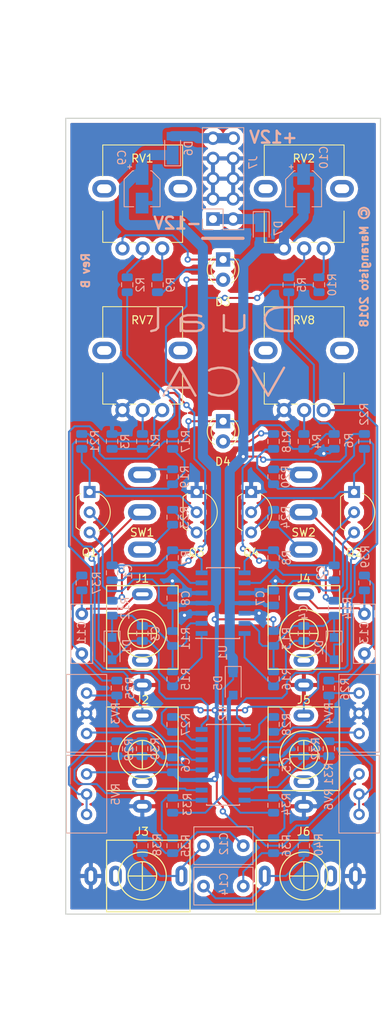
<source format=kicad_pcb>
(kicad_pcb (version 20171130) (host pcbnew "(5.0.0)")
  (layers (0 F.Cu signal) (31 B.Cu signal) (34 B.Paste user) (35 F.Paste user) (36 B.SilkS user) (37 F.SilkS user) (38 B.Mask user) (39 F.Mask user) (44 Edge.Cuts user))
  (net 0 "")
  (net 1 +12V)
  (net 2 "Net-(R9-Pad2)")
  (net 3 -12V)
  (net 4 "Net-(Q2-Pad1)")
  (net 5 "Net-(C1-Pad2)")
  (net 6 CVA)
  (net 7 OFFA)
  (net 8 CVB)
  (net 9 "Net-(C2-Pad2)")
  (net 10 OFFB)
  (net 11 "Net-(C1-Pad1)")
  (net 12 "Net-(D4-Pad2)")
  (net 13 LEDB)
  (net 14 "Net-(Q4-Pad3)")
  (net 15 EXPB)
  (net 16 EXPA)
  (net 17 "Net-(Q3-Pad3)")
  (net 18 "Net-(C3-Pad2)")
  (net 19 "Net-(C4-Pad2)")
  (net 20 "Net-(C2-Pad1)")
  (net 21 LEDA)
  (net 22 "Net-(D3-Pad2)")
  (net 23 "Net-(R34-Pad1)")
  (net 24 LINA)
  (net 25 LINB)
  (net 26 "Net-(Q1-Pad1)")
  (net 27 INB)
  (net 28 "Net-(R26-Pad1)")
  (net 29 OUTB)
  (net 30 "Net-(C14-Pad2)")
  (net 31 "Net-(C13-Pad2)")
  (net 32 OUTA)
  (net 33 "Net-(C12-Pad2)")
  (net 34 "Net-(C11-Pad2)")
  (net 35 INA)
  (net 36 "Net-(R33-Pad1)")
  (net 37 "Net-(R31-Pad2)")
  (net 38 "Net-(R31-Pad1)")
  (net 39 "Net-(R29-Pad1)")
  (net 40 "Net-(R29-Pad2)")
  (net 41 "Net-(R25-Pad1)")
  (net 42 "Net-(R27-Pad2)")
  (net 43 "Net-(R28-Pad2)")
  (net 44 "Net-(R10-Pad2)")
  (net 45 "Net-(RV4-Pad3)")
  (net 46 "Net-(RV3-Pad3)")
  (net 47 "Net-(J2-PadT)")
  (net 48 "Net-(J5-PadT)")
  (net 49 ABIB)
  (net 50 "Net-(C5-Pad1)")
  (net 51 ABIA)
  (net 52 "Net-(J6-PadTN)")
  (net 53 "Net-(J1-PadTN)")
  (net 54 "Net-(J2-PadTN)")
  (net 55 "Net-(J3-PadTN)")
  (net 56 "Net-(J4-PadTN)")
  (net 57 "Net-(J5-PadTN)")
  (net 58 "Net-(D7-Pad1)")
  (net 59 "Net-(D6-Pad2)")
  (net 60 GND)
  (module Diode_SMD:D_PowerDI-123 (layer B.Cu) (at 131.826 66.802 270)
    (fp_text reference D7 (at -0.127 -2.159 270) (layer B.SilkS) (effects (justify mirror)))
    (fp_text value DFLR1400-7)
    (pad 2 smd rect (at 1.525 0 90) (size 1.05 1.5) (layers B.Cu B.Paste B.Mask) (net 3 -12V))
    (pad 1 smd rect (at -0.85 0 90) (size 2.4 1.5) (layers B.Cu B.Paste B.Mask) (net 58 "Net-(D7-Pad1)"))
  )
  (module Package_TO_SOT_THT:TO-92L_Inline_Wide (layer F.Cu) (at 123.698 99.822 270)
    (fp_text reference Q3 (at 7.62 0) (layer F.SilkS))
    (fp_text value 2N2907)
    (pad 1 thru_hole rect (at 0 0) (size 1.5 1.5) (drill 0.8) (layers *.Cu *.Mask) (net 60 GND))
    (pad 3 thru_hole circle (at 5.08 0) (size 1.5 1.5) (drill 0.8) (layers *.Cu *.Mask) (net 17 "Net-(Q3-Pad3)"))
    (pad 2 thru_hole circle (at 2.54 0) (size 1.5 1.5) (drill 0.8) (layers *.Cu *.Mask) (net 26 "Net-(Q1-Pad1)"))
  )
  (module Package_TO_SOT_THT:TO-92L_Inline_Wide (layer F.Cu) (at 130.556 99.822 270)
    (fp_text reference Q4 (at 7.62 0) (layer F.SilkS))
    (fp_text value 2N2907)
    (pad 2 thru_hole circle (at 2.54 0) (size 1.5 1.5) (drill 0.8) (layers *.Cu *.Mask) (net 4 "Net-(Q2-Pad1)"))
    (pad 3 thru_hole circle (at 5.08 0) (size 1.5 1.5) (drill 0.8) (layers *.Cu *.Mask) (net 14 "Net-(Q4-Pad3)"))
    (pad 1 thru_hole rect (at 0 0) (size 1.5 1.5) (drill 0.8) (layers *.Cu *.Mask) (net 60 GND))
  )
  (module Package_TO_SOT_THT:TO-92L_Inline_Wide (layer F.Cu) (at 110.236 99.822 270)
    (fp_text reference Q1 (at 7.62 0) (layer F.SilkS))
    (fp_text value 2N2222)
    (pad 1 thru_hole rect (at 0 0) (size 1.5 1.5) (drill 0.8) (layers *.Cu *.Mask) (net 26 "Net-(Q1-Pad1)"))
    (pad 3 thru_hole circle (at 5.08 0) (size 1.5 1.5) (drill 0.8) (layers *.Cu *.Mask) (net 1 +12V))
    (pad 2 thru_hole circle (at 2.54 0) (size 1.5 1.5) (drill 0.8) (layers *.Cu *.Mask) (net 11 "Net-(C1-Pad1)"))
  )
  (module Package_TO_SOT_THT:TO-92L_Inline_Wide (layer F.Cu) (at 143.51 99.822 270)
    (fp_text reference Q2 (at 7.62 0) (layer F.SilkS))
    (fp_text value 2N2222)
    (pad 2 thru_hole circle (at 2.54 0) (size 1.5 1.5) (drill 0.8) (layers *.Cu *.Mask) (net 20 "Net-(C2-Pad1)"))
    (pad 3 thru_hole circle (at 5.08 0) (size 1.5 1.5) (drill 0.8) (layers *.Cu *.Mask) (net 1 +12V))
    (pad 1 thru_hole rect (at 0 0) (size 1.5 1.5) (drill 0.8) (layers *.Cu *.Mask) (net 4 "Net-(Q2-Pad1)"))
  )
  (module Local:PJ398SM (layer F.Cu) (at 116.87048 132.83692)
    (fp_text reference J2 (at 0 -6.9) (layer F.SilkS))
    (fp_text value AudioJack2_Ground_Switch)
    (pad T thru_hole oval (at 0 -4.92) (size 2.6 1.5) (drill oval 1.6 0.5) (layers *.Cu *.Mask) (net 47 "Net-(J2-PadT)"))
    (pad S thru_hole oval (at 0 6.48) (size 2.4 1.6) (drill oval 1.4 0.6) (layers *.Cu *.Mask) (net 60 GND))
    (pad TN thru_hole oval (at 0 3.38) (size 2.6 1.6) (drill oval 1.6 0.6) (layers *.Cu *.Mask) (net 54 "Net-(J2-PadTN)"))
  )
  (module Resistor_SMD:R_0805_2012Metric (layer B.Cu) (at 133.38048 129.02692 90)
    (fp_text reference R28 (at 0 1.65 90) (layer B.SilkS) (effects (justify mirror)))
    (fp_text value 33k)
    (pad 2 smd roundrect (at 0.9375 0 90) (size 0.975 1.4) (layers B.Cu B.Paste B.Mask) (net 43 "Net-(R28-Pad2)"))
    (pad 1 smd roundrect (at -0.9375 0 90) (size 0.975 1.4) (layers B.Cu B.Paste B.Mask) (net 1 +12V))
  )
  (module Local:AlpsRK09K (layer F.Cu) (at 137.19048 82.03692)
    (fp_text reference RV8 (at 0 -3.81 180) (layer F.SilkS))
    (fp_text value 100k)
    (pad "" np_thru_hole oval (at 4.8 0) (size 3 2.2) (drill oval 1.8 1.1) (layers *.Cu *.Mask))
    (pad 3 thru_hole circle (at -2.5 7.50001 90) (size 1.8 1.8) (drill 1) (layers *.Cu *.Mask) (net 60 GND))
    (pad 2 thru_hole circle (at 0.04 7.50001 90) (size 1.8 1.8) (drill 1) (layers *.Cu *.Mask) (net 8 CVB))
    (pad 1 thru_hole circle (at 2.5 7.50001 90) (size 1.8 1.8) (drill 1) (layers *.Cu *.Mask) (net 48 "Net-(J5-PadT)"))
    (pad "" np_thru_hole oval (at -4.8 0) (size 3 2.2) (drill oval 1.8 1.1) (layers *.Cu *.Mask))
  )
  (module Local:AlpsRK09K (layer F.Cu) (at 116.87048 82.03692)
    (fp_text reference RV7 (at 0 -3.81 180) (layer F.SilkS))
    (fp_text value 100k)
    (pad "" np_thru_hole oval (at 4.8 0) (size 3 2.2) (drill oval 1.8 1.1) (layers *.Cu *.Mask))
    (pad 3 thru_hole circle (at -2.5 7.50001 90) (size 1.8 1.8) (drill 1) (layers *.Cu *.Mask) (net 60 GND))
    (pad 2 thru_hole circle (at 0.04 7.50001 90) (size 1.8 1.8) (drill 1) (layers *.Cu *.Mask) (net 6 CVA))
    (pad 1 thru_hole circle (at 2.5 7.50001 90) (size 1.8 1.8) (drill 1) (layers *.Cu *.Mask) (net 47 "Net-(J2-PadT)"))
    (pad "" np_thru_hole oval (at -4.8 0) (size 3 2.2) (drill oval 1.8 1.1) (layers *.Cu *.Mask))
  )
  (module Local:AlpsRK09K (layer F.Cu) (at 137.19048 61.71692)
    (fp_text reference RV2 (at 0 -3.81 180) (layer F.SilkS))
    (fp_text value 100k)
    (pad "" np_thru_hole oval (at 4.8 0) (size 3 2.2) (drill oval 1.8 1.1) (layers *.Cu *.Mask))
    (pad 3 thru_hole circle (at -2.5 7.50001 90) (size 1.8 1.8) (drill 1) (layers *.Cu *.Mask) (net 3 -12V))
    (pad 2 thru_hole circle (at 0.04 7.50001 90) (size 1.8 1.8) (drill 1) (layers *.Cu *.Mask) (net 10 OFFB))
    (pad 1 thru_hole circle (at 2.5 7.50001 90) (size 1.8 1.8) (drill 1) (layers *.Cu *.Mask) (net 44 "Net-(R10-Pad2)"))
    (pad "" np_thru_hole oval (at -4.8 0) (size 3 2.2) (drill oval 1.8 1.1) (layers *.Cu *.Mask))
  )
  (module Local:AlpsRK09K (layer F.Cu) (at 116.87048 61.71692)
    (fp_text reference RV1 (at 0 -3.81 180) (layer F.SilkS))
    (fp_text value 100k)
    (pad "" np_thru_hole oval (at 4.8 0) (size 3 2.2) (drill oval 1.8 1.1) (layers *.Cu *.Mask))
    (pad 3 thru_hole circle (at -2.5 7.50001 90) (size 1.8 1.8) (drill 1) (layers *.Cu *.Mask) (net 3 -12V))
    (pad 2 thru_hole circle (at 0.04 7.50001 90) (size 1.8 1.8) (drill 1) (layers *.Cu *.Mask) (net 7 OFFA))
    (pad 1 thru_hole circle (at 2.5 7.50001 90) (size 1.8 1.8) (drill 1) (layers *.Cu *.Mask) (net 2 "Net-(R9-Pad2)"))
    (pad "" np_thru_hole oval (at -4.8 0) (size 3 2.2) (drill oval 1.8 1.1) (layers *.Cu *.Mask))
  )
  (module Capacitor_SMD:CP_Elec_4x5.8 (layer B.Cu) (at 137.16 61.722 270)
    (fp_text reference C10 (at -3.937 -2.54 270) (layer B.SilkS) (effects (justify mirror)))
    (fp_text value 10u)
    (pad 2 smd rect (at 1.8 0 270) (size 2.6 1.6) (layers B.Cu B.Paste B.Mask) (net 3 -12V))
    (pad 1 smd rect (at -1.8 0 270) (size 2.6 1.6) (layers B.Cu B.Paste B.Mask) (net 60 GND))
  )
  (module Capacitor_SMD:CP_Elec_4x5.8 (layer B.Cu) (at 116.84 61.722 270)
    (fp_text reference C9 (at -3.937 2.54 270) (layer B.SilkS) (effects (justify mirror)))
    (fp_text value 10u)
    (pad 2 smd rect (at 1.8 0 270) (size 2.6 1.6) (layers B.Cu B.Paste B.Mask) (net 60 GND))
    (pad 1 smd rect (at -1.8 0 270) (size 2.6 1.6) (layers B.Cu B.Paste B.Mask) (net 1 +12V))
  )
  (module Capacitor_SMD:C_0805_2012Metric (layer B.Cu) (at 113.06048 109.97692 270)
    (fp_text reference C1 (at -0.12192 -2.00152 270) (layer B.SilkS) (effects (justify mirror)))
    (fp_text value 2.2n)
    (pad 2 smd roundrect (at 0.9375 0 270) (size 0.975 1.4) (layers B.Cu B.Paste B.Mask) (net 5 "Net-(C1-Pad2)"))
    (pad 1 smd roundrect (at -0.9375 0 270) (size 0.975 1.4) (layers B.Cu B.Paste B.Mask) (net 11 "Net-(C1-Pad1)"))
  )
  (module Capacitor_SMD:C_0805_2012Metric (layer B.Cu) (at 141.00048 109.97692 270)
    (fp_text reference C2 (at 0 1.65 270) (layer B.SilkS) (effects (justify mirror)))
    (fp_text value 2.2n)
    (pad 2 smd roundrect (at 0.9375 0 270) (size 0.975 1.4) (layers B.Cu B.Paste B.Mask) (net 9 "Net-(C2-Pad2)"))
    (pad 1 smd roundrect (at -0.9375 0 270) (size 0.975 1.4) (layers B.Cu B.Paste B.Mask) (net 20 "Net-(C2-Pad1)"))
  )
  (module Capacitor_SMD:C_0805_2012Metric (layer B.Cu) (at 116.87048 117.59692 90)
    (fp_text reference C3 (at 0 1.65 90) (layer B.SilkS) (effects (justify mirror)))
    (fp_text value 2,2n)
    (pad 2 smd roundrect (at 0.9375 0 90) (size 0.975 1.4) (layers B.Cu B.Paste B.Mask) (net 18 "Net-(C3-Pad2)"))
    (pad 1 smd roundrect (at -0.9375 0 90) (size 0.975 1.4) (layers B.Cu B.Paste B.Mask) (net 21 LEDA))
  )
  (module Capacitor_SMD:C_0805_2012Metric (layer B.Cu) (at 137.19048 117.59692 90)
    (fp_text reference C4 (at 2.66192 -0.03048 90) (layer B.SilkS) (effects (justify mirror)))
    (fp_text value 2,2n)
    (pad 2 smd roundrect (at 0.9375 0 90) (size 0.975 1.4) (layers B.Cu B.Paste B.Mask) (net 19 "Net-(C4-Pad2)"))
    (pad 1 smd roundrect (at -0.9375 0 90) (size 0.975 1.4) (layers B.Cu B.Paste B.Mask) (net 13 LEDB))
  )
  (module Capacitor_SMD:C_0805_2012Metric (layer B.Cu) (at 133.38048 134.10692 90)
    (fp_text reference C5 (at 0 1.65 90) (layer B.SilkS) (effects (justify mirror)))
    (fp_text value 100n)
    (pad 2 smd roundrect (at 0.9375 0 90) (size 0.975 1.4) (layers B.Cu B.Paste B.Mask) (net 60 GND))
    (pad 1 smd roundrect (at -0.9375 0 90) (size 0.975 1.4) (layers B.Cu B.Paste B.Mask) (net 50 "Net-(C5-Pad1)"))
  )
  (module Capacitor_SMD:C_0805_2012Metric (layer B.Cu) (at 120.68048 134.10692 90)
    (fp_text reference C6 (at 0 1.65 90) (layer B.SilkS) (effects (justify mirror)))
    (fp_text value 100n)
    (pad 2 smd roundrect (at 0.9375 0 90) (size 0.975 1.4) (layers B.Cu B.Paste B.Mask) (net 60 GND))
    (pad 1 smd roundrect (at -0.9375 0 90) (size 0.975 1.4) (layers B.Cu B.Paste B.Mask) (net 1 +12V))
  )
  (module Capacitor_SMD:C_0805_2012Metric (layer B.Cu) (at 133.38048 113.15192 270)
    (fp_text reference C7 (at 0 1.65 270) (layer B.SilkS) (effects (justify mirror)))
    (fp_text value 100n)
    (pad 2 smd roundrect (at 0.9375 0 270) (size 0.975 1.4) (layers B.Cu B.Paste B.Mask) (net 3 -12V))
    (pad 1 smd roundrect (at -0.9375 0 270) (size 0.975 1.4) (layers B.Cu B.Paste B.Mask) (net 60 GND))
  )
  (module Capacitor_SMD:C_0805_2012Metric (layer B.Cu) (at 120.68048 113.15192 90)
    (fp_text reference C8 (at 0 1.65 90) (layer B.SilkS) (effects (justify mirror)))
    (fp_text value 100n)
    (pad 2 smd roundrect (at 0.9375 0 90) (size 0.975 1.4) (layers B.Cu B.Paste B.Mask) (net 60 GND))
    (pad 1 smd roundrect (at -0.9375 0 90) (size 0.975 1.4) (layers B.Cu B.Paste B.Mask) (net 1 +12V))
  )
  (module Capacitor_THT:C_Rect_L7.2mm_W2.5mm_P5.00mm_FKS2_FKP2_MKS2_MKP2 (layer B.Cu) (at 109.25048 120.13692 90)
    (fp_text reference C11 (at 2.66192 -0.03048 90) (layer B.SilkS) (effects (justify mirror)))
    (fp_text value 220n)
    (pad 2 thru_hole circle (at 5 0 90) (size 1.6 1.6) (drill 0.8) (layers *.Cu *.Mask) (net 34 "Net-(C11-Pad2)"))
    (pad 1 thru_hole circle (at 0 0 90) (size 1.6 1.6) (drill 0.8) (layers *.Cu *.Mask) (net 35 INA))
  )
  (module Capacitor_THT:C_Rect_L7.2mm_W2.5mm_P5.00mm_FKS2_FKP2_MKS2_MKP2 (layer B.Cu) (at 144.81048 120.13692 90)
    (fp_text reference C13 (at 2.66192 -0.03048 90) (layer B.SilkS) (effects (justify mirror)))
    (fp_text value 220n)
    (pad 2 thru_hole circle (at 5 0 90) (size 1.6 1.6) (drill 0.8) (layers *.Cu *.Mask) (net 31 "Net-(C13-Pad2)"))
    (pad 1 thru_hole circle (at 0 0 90) (size 1.6 1.6) (drill 0.8) (layers *.Cu *.Mask) (net 27 INB))
  )
  (module Capacitor_THT:C_Rect_L7.2mm_W4.5mm_P5.00mm_FKS2_FKP2_MKS2_MKP2 (layer B.Cu) (at 129.57048 144.26692 180)
    (fp_text reference C12 (at 2.44348 0.24892 270) (layer B.SilkS) (effects (justify mirror)))
    (fp_text value 1u)
    (pad 2 thru_hole circle (at 5 0 180) (size 1.6 1.6) (drill 0.8) (layers *.Cu *.Mask) (net 33 "Net-(C12-Pad2)"))
    (pad 1 thru_hole circle (at 0 0 180) (size 1.6 1.6) (drill 0.8) (layers *.Cu *.Mask) (net 32 OUTA))
  )
  (module Capacitor_THT:C_Rect_L7.2mm_W4.5mm_P5.00mm_FKS2_FKP2_MKS2_MKP2 (layer B.Cu) (at 129.57048 149.34692 180)
    (fp_text reference C14 (at 2.44348 0.24892 270) (layer B.SilkS) (effects (justify mirror)))
    (fp_text value 1u)
    (pad 2 thru_hole circle (at 5 0 180) (size 1.6 1.6) (drill 0.8) (layers *.Cu *.Mask) (net 30 "Net-(C14-Pad2)"))
    (pad 1 thru_hole circle (at 0 0 180) (size 1.6 1.6) (drill 0.8) (layers *.Cu *.Mask) (net 29 OUTB))
  )
  (module Connector_PinHeader_2.54mm:PinHeader_2x05_P2.54mm_Vertical (layer B.Cu) (at 125.76048 65.52692)
    (fp_text reference J7 (at 5.04952 -7.10692 90) (layer B.SilkS) (effects (justify mirror)))
    (fp_text value Conn_02x05_Odd_Even)
    (pad 10 thru_hole oval (at 2.54 -10.16) (size 1.7 1.7) (drill 1) (layers *.Cu *.Mask) (net 59 "Net-(D6-Pad2)"))
    (pad 9 thru_hole oval (at 0 -10.16) (size 1.7 1.7) (drill 1) (layers *.Cu *.Mask) (net 59 "Net-(D6-Pad2)"))
    (pad 8 thru_hole oval (at 2.54 -7.62) (size 1.7 1.7) (drill 1) (layers *.Cu *.Mask) (net 60 GND))
    (pad 7 thru_hole oval (at 0 -7.62) (size 1.7 1.7) (drill 1) (layers *.Cu *.Mask) (net 60 GND))
    (pad 6 thru_hole oval (at 2.54 -5.08) (size 1.7 1.7) (drill 1) (layers *.Cu *.Mask) (net 60 GND))
    (pad 5 thru_hole oval (at 0 -5.08) (size 1.7 1.7) (drill 1) (layers *.Cu *.Mask) (net 60 GND))
    (pad 4 thru_hole oval (at 2.54 -2.54) (size 1.7 1.7) (drill 1) (layers *.Cu *.Mask) (net 60 GND))
    (pad 3 thru_hole oval (at 0 -2.54) (size 1.7 1.7) (drill 1) (layers *.Cu *.Mask) (net 60 GND))
    (pad 2 thru_hole oval (at 2.54 0) (size 1.7 1.7) (drill 1) (layers *.Cu *.Mask) (net 58 "Net-(D7-Pad1)"))
    (pad 1 thru_hole rect (at 0 0) (size 1.7 1.7) (drill 1) (layers *.Cu *.Mask) (net 58 "Net-(D7-Pad1)"))
  )
  (module Diode_SMD:D_PowerDI-123 (layer B.Cu) (at 120.68048 56.63692 90)
    (fp_text reference D6 (at 0 2 90) (layer B.SilkS) (effects (justify mirror)))
    (fp_text value DFLR1400-7)
    (pad 2 smd rect (at 1.525 0 270) (size 1.05 1.5) (layers B.Cu B.Paste B.Mask) (net 59 "Net-(D6-Pad2)"))
    (pad 1 smd rect (at -0.85 0 270) (size 2.4 1.5) (layers B.Cu B.Paste B.Mask) (net 1 +12V))
  )
  (module Diode_SMD:D_SOD-123F (layer B.Cu) (at 113.06048 119.50192 270)
    (fp_text reference D1 (at -0.24892 -1.87452 270) (layer B.SilkS) (effects (justify mirror)))
    (fp_text value 1N4148)
    (pad 2 smd rect (at 1.4 0 270) (size 1.1 1.1) (layers B.Cu B.Paste B.Mask) (net 21 LEDA))
    (pad 1 smd rect (at -1.4 0 270) (size 1.1 1.1) (layers B.Cu B.Paste B.Mask) (net 18 "Net-(C3-Pad2)"))
  )
  (module Diode_SMD:D_SOD-123F (layer B.Cu) (at 141.00048 119.50192 270)
    (fp_text reference D2 (at -0.127 1.905 270) (layer B.SilkS) (effects (justify mirror)))
    (fp_text value 1N4148)
    (pad 2 smd rect (at 1.4 0 270) (size 1.1 1.1) (layers B.Cu B.Paste B.Mask) (net 13 LEDB))
    (pad 1 smd rect (at -1.4 0 270) (size 1.1 1.1) (layers B.Cu B.Paste B.Mask) (net 19 "Net-(C4-Pad2)"))
  )
  (module Diode_SMD:D_SOD-123F (layer B.Cu) (at 128.30048 123.94692 270)
    (fp_text reference D5 (at -0.127 1.905 270) (layer B.SilkS) (effects (justify mirror)))
    (fp_text value 1N4148)
    (pad 2 smd rect (at 1.4 0 270) (size 1.1 1.1) (layers B.Cu B.Paste B.Mask) (net 50 "Net-(C5-Pad1)"))
    (pad 1 smd rect (at -1.4 0 270) (size 1.1 1.1) (layers B.Cu B.Paste B.Mask) (net 3 -12V))
  )
  (module LED_THT:LED_D3.0mm (layer F.Cu) (at 127.03048 70.60692 270)
    (fp_text reference D3 (at 5.33908 0.03048) (layer F.SilkS))
    (fp_text value LED)
    (pad 2 thru_hole circle (at 2.54 0 270) (size 1.8 1.8) (drill 0.9) (layers *.Cu *.Mask) (net 22 "Net-(D3-Pad2)"))
    (pad 1 thru_hole rect (at 0 0 270) (size 1.8 1.8) (drill 0.9) (layers *.Cu *.Mask) (net 3 -12V))
  )
  (module LED_THT:LED_D3.0mm (layer F.Cu) (at 127.03048 90.92692 270)
    (fp_text reference D4 (at 5.08508 0.03048) (layer F.SilkS))
    (fp_text value LED)
    (pad 2 thru_hole circle (at 2.54 0 270) (size 1.8 1.8) (drill 0.9) (layers *.Cu *.Mask) (net 12 "Net-(D4-Pad2)"))
    (pad 1 thru_hole rect (at 0 0 270) (size 1.8 1.8) (drill 0.9) (layers *.Cu *.Mask) (net 3 -12V))
  )
  (module Local:PJ398SM (layer F.Cu) (at 137.19048 132.83692)
    (fp_text reference J5 (at 0 -6.9) (layer F.SilkS))
    (fp_text value AudioJack2_Ground_Switch)
    (pad T thru_hole oval (at 0 -4.92) (size 2.6 1.5) (drill oval 1.6 0.5) (layers *.Cu *.Mask) (net 48 "Net-(J5-PadT)"))
    (pad S thru_hole oval (at 0 6.48) (size 2.4 1.6) (drill oval 1.4 0.6) (layers *.Cu *.Mask) (net 60 GND))
    (pad TN thru_hole oval (at 0 3.38) (size 2.6 1.6) (drill oval 1.6 0.6) (layers *.Cu *.Mask) (net 57 "Net-(J5-PadTN)"))
  )
  (module Local:PJ398SM (layer F.Cu) (at 137.19048 117.59692)
    (fp_text reference J4 (at 0 -6.9) (layer F.SilkS))
    (fp_text value AudioJack2_Ground_Switch)
    (pad T thru_hole oval (at 0 -4.92) (size 2.6 1.5) (drill oval 1.6 0.5) (layers *.Cu *.Mask) (net 31 "Net-(C13-Pad2)"))
    (pad S thru_hole oval (at 0 6.48) (size 2.4 1.6) (drill oval 1.4 0.6) (layers *.Cu *.Mask) (net 60 GND))
    (pad TN thru_hole oval (at 0 3.38) (size 2.6 1.6) (drill oval 1.6 0.6) (layers *.Cu *.Mask) (net 56 "Net-(J4-PadTN)"))
  )
  (module Local:PJ398SM (layer F.Cu) (at 116.87048 148.07692 270)
    (fp_text reference J3 (at -5.58292 0.03048) (layer F.SilkS))
    (fp_text value AudioJack2_Ground_Switch)
    (pad T thru_hole oval (at 0 -4.92 270) (size 2.6 1.5) (drill oval 1.6 0.5) (layers *.Cu *.Mask) (net 33 "Net-(C12-Pad2)"))
    (pad S thru_hole oval (at 0 6.48 270) (size 2.4 1.6) (drill oval 1.4 0.6) (layers *.Cu *.Mask) (net 60 GND))
    (pad TN thru_hole oval (at 0 3.38 270) (size 2.6 1.6) (drill oval 1.6 0.6) (layers *.Cu *.Mask) (net 55 "Net-(J3-PadTN)"))
  )
  (module Local:PJ398SM (layer F.Cu) (at 116.87048 117.59692)
    (fp_text reference J1 (at 0 -6.9) (layer F.SilkS))
    (fp_text value AudioJack2_Ground_Switch)
    (pad T thru_hole oval (at 0 -4.92) (size 2.6 1.5) (drill oval 1.6 0.5) (layers *.Cu *.Mask) (net 34 "Net-(C11-Pad2)"))
    (pad S thru_hole oval (at 0 6.48) (size 2.4 1.6) (drill oval 1.4 0.6) (layers *.Cu *.Mask) (net 60 GND))
    (pad TN thru_hole oval (at 0 3.38) (size 2.6 1.6) (drill oval 1.6 0.6) (layers *.Cu *.Mask) (net 53 "Net-(J1-PadTN)"))
  )
  (module Local:PJ398SM (layer F.Cu) (at 137.19048 148.07692 90)
    (fp_text reference J6 (at 5.58292 -0.03048 180) (layer F.SilkS))
    (fp_text value AudioJack2_Ground_Switch)
    (pad T thru_hole oval (at 0 -4.92 90) (size 2.6 1.5) (drill oval 1.6 0.5) (layers *.Cu *.Mask) (net 30 "Net-(C14-Pad2)"))
    (pad S thru_hole oval (at 0 6.48 90) (size 2.4 1.6) (drill oval 1.4 0.6) (layers *.Cu *.Mask) (net 60 GND))
    (pad TN thru_hole oval (at 0 3.38 90) (size 2.6 1.6) (drill oval 1.6 0.6) (layers *.Cu *.Mask) (net 52 "Net-(J6-PadTN)"))
  )
  (module Local:SP1MS1 (layer F.Cu) (at 137.16 102.362)
    (fp_text reference SW2 (at 0 2.54) (layer F.SilkS))
    (fp_text value SW_SPDT)
    (pad 1 thru_hole oval (at 0 4.7) (size 3.556 2.032) (drill oval 2.2 0.9) (layers *.Cu *.Mask) (net 15 EXPB))
    (pad 2 thru_hole oval (at 0 0) (size 3.556 2.032) (drill oval 2.2 0.9) (layers *.Cu *.Mask) (net 49 ABIB))
    (pad 3 thru_hole oval (at 0 -4.7) (size 3.556 2.032) (drill oval 2.2 0.9) (layers *.Cu *.Mask) (net 25 LINB))
  )
  (module Local:SP1MS1 (layer F.Cu) (at 116.84 102.362)
    (fp_text reference SW1 (at 0 2.54) (layer F.SilkS))
    (fp_text value SW_SPDT)
    (pad 1 thru_hole oval (at 0 4.7) (size 3.556 2.032) (drill oval 2.2 0.9) (layers *.Cu *.Mask) (net 16 EXPA))
    (pad 2 thru_hole oval (at 0 0) (size 3.556 2.032) (drill oval 2.2 0.9) (layers *.Cu *.Mask) (net 51 ABIA))
    (pad 3 thru_hole oval (at 0 -4.7) (size 3.556 2.032) (drill oval 2.2 0.9) (layers *.Cu *.Mask) (net 24 LINA))
  )
  (module Package_SO:SOIC-14_3.9x8.7mm_P1.27mm (layer B.Cu) (at 127.03048 113.78692)
    (fp_text reference U1 (at -0.03048 6.22808 90) (layer B.SilkS) (effects (justify mirror)))
    (fp_text value TL074)
    (pad 14 smd rect (at 2.7 3.81) (size 1.5 0.6) (layers B.Cu B.Paste B.Mask) (net 13 LEDB))
    (pad 13 smd rect (at 2.7 2.54) (size 1.5 0.6) (layers B.Cu B.Paste B.Mask) (net 19 "Net-(C4-Pad2)"))
    (pad 12 smd rect (at 2.7 1.27) (size 1.5 0.6) (layers B.Cu B.Paste B.Mask) (net 60 GND))
    (pad 11 smd rect (at 2.7 0) (size 1.5 0.6) (layers B.Cu B.Paste B.Mask) (net 3 -12V))
    (pad 10 smd rect (at 2.7 -1.27) (size 1.5 0.6) (layers B.Cu B.Paste B.Mask) (net 60 GND))
    (pad 9 smd rect (at 2.7 -2.54) (size 1.5 0.6) (layers B.Cu B.Paste B.Mask) (net 9 "Net-(C2-Pad2)"))
    (pad 8 smd rect (at 2.7 -3.81) (size 1.5 0.6) (layers B.Cu B.Paste B.Mask) (net 20 "Net-(C2-Pad1)"))
    (pad 7 smd rect (at -2.7 -3.81) (size 1.5 0.6) (layers B.Cu B.Paste B.Mask) (net 11 "Net-(C1-Pad1)"))
    (pad 6 smd rect (at -2.7 -2.54) (size 1.5 0.6) (layers B.Cu B.Paste B.Mask) (net 5 "Net-(C1-Pad2)"))
    (pad 5 smd rect (at -2.7 -1.27) (size 1.5 0.6) (layers B.Cu B.Paste B.Mask) (net 60 GND))
    (pad 4 smd rect (at -2.7 0) (size 1.5 0.6) (layers B.Cu B.Paste B.Mask) (net 1 +12V))
    (pad 3 smd rect (at -2.7 1.27) (size 1.5 0.6) (layers B.Cu B.Paste B.Mask) (net 60 GND))
    (pad 2 smd rect (at -2.7 2.54) (size 1.5 0.6) (layers B.Cu B.Paste B.Mask) (net 18 "Net-(C3-Pad2)"))
    (pad 1 smd rect (at -2.7 3.81) (size 1.5 0.6) (layers B.Cu B.Paste B.Mask) (net 21 LEDA))
  )
  (module Package_SO:SOIC-16_3.9x9.9mm_P1.27mm (layer B.Cu) (at 127.03048 134.10692 180)
    (fp_text reference U2 (at 0.03048 6.47192 270) (layer B.SilkS) (effects (justify mirror)))
    (fp_text value LM13700)
    (pad 16 smd rect (at 2.7 4.445 180) (size 1.5 0.6) (layers B.Cu B.Paste B.Mask) (net 51 ABIA))
    (pad 15 smd rect (at 2.7 3.175 180) (size 1.5 0.6) (layers B.Cu B.Paste B.Mask) (net 42 "Net-(R27-Pad2)"))
    (pad 14 smd rect (at 2.7 1.905 180) (size 1.5 0.6) (layers B.Cu B.Paste B.Mask) (net 41 "Net-(R25-Pad1)"))
    (pad 13 smd rect (at 2.7 0.635 180) (size 1.5 0.6) (layers B.Cu B.Paste B.Mask) (net 46 "Net-(RV3-Pad3)"))
    (pad 12 smd rect (at 2.7 -0.635 180) (size 1.5 0.6) (layers B.Cu B.Paste B.Mask) (net 40 "Net-(R29-Pad2)"))
    (pad 11 smd rect (at 2.7 -1.905 180) (size 1.5 0.6) (layers B.Cu B.Paste B.Mask) (net 1 +12V))
    (pad 10 smd rect (at 2.7 -3.175 180) (size 1.5 0.6) (layers B.Cu B.Paste B.Mask) (net 40 "Net-(R29-Pad2)"))
    (pad 9 smd rect (at 2.7 -4.445 180) (size 1.5 0.6) (layers B.Cu B.Paste B.Mask) (net 36 "Net-(R33-Pad1)"))
    (pad 8 smd rect (at -2.7 -4.445 180) (size 1.5 0.6) (layers B.Cu B.Paste B.Mask) (net 23 "Net-(R34-Pad1)"))
    (pad 7 smd rect (at -2.7 -3.175 180) (size 1.5 0.6) (layers B.Cu B.Paste B.Mask) (net 37 "Net-(R31-Pad2)"))
    (pad 6 smd rect (at -2.7 -1.905 180) (size 1.5 0.6) (layers B.Cu B.Paste B.Mask) (net 50 "Net-(C5-Pad1)"))
    (pad 5 smd rect (at -2.7 -0.635 180) (size 1.5 0.6) (layers B.Cu B.Paste B.Mask) (net 37 "Net-(R31-Pad2)"))
    (pad 4 smd rect (at -2.7 0.635 180) (size 1.5 0.6) (layers B.Cu B.Paste B.Mask) (net 45 "Net-(RV4-Pad3)"))
    (pad 3 smd rect (at -2.7 1.905 180) (size 1.5 0.6) (layers B.Cu B.Paste B.Mask) (net 28 "Net-(R26-Pad1)"))
    (pad 2 smd rect (at -2.7 3.175 180) (size 1.5 0.6) (layers B.Cu B.Paste B.Mask) (net 43 "Net-(R28-Pad2)"))
    (pad 1 smd rect (at -2.7 4.445 180) (size 1.5 0.6) (layers B.Cu B.Paste B.Mask) (net 49 ABIB))
  )
  (module Potentiometer_THT:Potentiometer_Bourns_3296W_Vertical (layer B.Cu) (at 109.855 135.255 90)
    (fp_text reference RV5 (at -2.54 3.66 90) (layer B.SilkS) (effects (justify mirror)))
    (fp_text value 100k)
    (pad 3 thru_hole circle (at -5.08 0 90) (size 1.44 1.44) (drill 0.8) (layers *.Cu *.Mask) (net 39 "Net-(R29-Pad1)"))
    (pad 2 thru_hole circle (at -2.54 0 90) (size 1.44 1.44) (drill 0.8) (layers *.Cu *.Mask) (net 39 "Net-(R29-Pad1)"))
    (pad 1 thru_hole circle (at 0 0 90) (size 1.44 1.44) (drill 0.8) (layers *.Cu *.Mask) (net 1 +12V))
  )
  (module Potentiometer_THT:Potentiometer_Bourns_3296W_Vertical (layer B.Cu) (at 144.145 135.255 90)
    (fp_text reference RV6 (at -3.175 -3.81 90) (layer B.SilkS) (effects (justify mirror)))
    (fp_text value 100k)
    (pad 3 thru_hole circle (at -5.08 0 90) (size 1.44 1.44) (drill 0.8) (layers *.Cu *.Mask) (net 38 "Net-(R31-Pad1)"))
    (pad 2 thru_hole circle (at -2.54 0 90) (size 1.44 1.44) (drill 0.8) (layers *.Cu *.Mask) (net 38 "Net-(R31-Pad1)"))
    (pad 1 thru_hole circle (at 0 0 90) (size 1.44 1.44) (drill 0.8) (layers *.Cu *.Mask) (net 1 +12V))
  )
  (module Potentiometer_THT:Potentiometer_Bourns_3296W_Vertical (layer B.Cu) (at 109.855 125.095 90)
    (fp_text reference RV3 (at -2.54 3.66 90) (layer B.SilkS) (effects (justify mirror)))
    (fp_text value 2k)
    (pad 3 thru_hole circle (at -5.08 0 90) (size 1.44 1.44) (drill 0.8) (layers *.Cu *.Mask) (net 46 "Net-(RV3-Pad3)"))
    (pad 2 thru_hole circle (at -2.54 0 90) (size 1.44 1.44) (drill 0.8) (layers *.Cu *.Mask) (net 60 GND))
    (pad 1 thru_hole circle (at 0 0 90) (size 1.44 1.44) (drill 0.8) (layers *.Cu *.Mask) (net 41 "Net-(R25-Pad1)"))
  )
  (module Potentiometer_THT:Potentiometer_Bourns_3296W_Vertical (layer B.Cu) (at 144.145 125.095 90)
    (fp_text reference RV4 (at -2.54 -3.81 90) (layer B.SilkS) (effects (justify mirror)))
    (fp_text value 2k)
    (pad 3 thru_hole circle (at -5.08 0 90) (size 1.44 1.44) (drill 0.8) (layers *.Cu *.Mask) (net 45 "Net-(RV4-Pad3)"))
    (pad 2 thru_hole circle (at -2.54 0 90) (size 1.44 1.44) (drill 0.8) (layers *.Cu *.Mask) (net 60 GND))
    (pad 1 thru_hole circle (at 0 0 90) (size 1.44 1.44) (drill 0.8) (layers *.Cu *.Mask) (net 28 "Net-(R26-Pad1)"))
  )
  (module Resistor_SMD:R_0805_2012Metric (layer B.Cu) (at 139.09548 73.78192 90)
    (fp_text reference R10 (at 0 1.65 90) (layer B.SilkS) (effects (justify mirror)))
    (fp_text value 47k)
    (pad 2 smd roundrect (at 0.9375 0 90) (size 0.975 1.4) (layers B.Cu B.Paste B.Mask) (net 44 "Net-(R10-Pad2)"))
    (pad 1 smd roundrect (at -0.9375 0 90) (size 0.975 1.4) (layers B.Cu B.Paste B.Mask) (net 1 +12V))
  )
  (module Resistor_SMD:R_0805_2012Metric (layer B.Cu) (at 116.84 132.08 90)
    (fp_text reference R30 (at 0 1.65 90) (layer B.SilkS) (effects (justify mirror)))
    (fp_text value 33k)
    (pad 2 smd roundrect (at 0.9375 0 90) (size 0.975 1.4) (layers B.Cu B.Paste B.Mask) (net 60 GND))
    (pad 1 smd roundrect (at -0.9375 0 90) (size 0.975 1.4) (layers B.Cu B.Paste B.Mask) (net 40 "Net-(R29-Pad2)"))
  )
  (module Resistor_SMD:R_0805_2012Metric (layer B.Cu) (at 120.68048 129.02692 90)
    (fp_text reference R27 (at 0 1.65 90) (layer B.SilkS) (effects (justify mirror)))
    (fp_text value 33k)
    (pad 2 smd roundrect (at 0.9375 0 90) (size 0.975 1.4) (layers B.Cu B.Paste B.Mask) (net 42 "Net-(R27-Pad2)"))
    (pad 1 smd roundrect (at -0.9375 0 90) (size 0.975 1.4) (layers B.Cu B.Paste B.Mask) (net 1 +12V))
  )
  (module Resistor_SMD:R_0805_2012Metric (layer B.Cu) (at 113.665 124.46 90)
    (fp_text reference R25 (at 0 1.65 90) (layer B.SilkS) (effects (justify mirror)))
    (fp_text value 68k)
    (pad 2 smd roundrect (at 0.9375 0 90) (size 0.975 1.4) (layers B.Cu B.Paste B.Mask) (net 35 INA))
    (pad 1 smd roundrect (at -0.9375 0 90) (size 0.975 1.4) (layers B.Cu B.Paste B.Mask) (net 41 "Net-(R25-Pad1)"))
  )
  (module Resistor_SMD:R_0805_2012Metric (layer B.Cu) (at 113.665 132.08 270)
    (fp_text reference R29 (at 0.127 -1.524 270) (layer B.SilkS) (effects (justify mirror)))
    (fp_text value 270k)
    (pad 2 smd roundrect (at 0.9375 0 270) (size 0.975 1.4) (layers B.Cu B.Paste B.Mask) (net 40 "Net-(R29-Pad2)"))
    (pad 1 smd roundrect (at -0.9375 0 270) (size 0.975 1.4) (layers B.Cu B.Paste B.Mask) (net 39 "Net-(R29-Pad1)"))
  )
  (module Resistor_SMD:R_0805_2012Metric (layer B.Cu) (at 140.335 132.08 270)
    (fp_text reference R31 (at 3.175 0 270) (layer B.SilkS) (effects (justify mirror)))
    (fp_text value 270k)
    (pad 2 smd roundrect (at 0.9375 0 270) (size 0.975 1.4) (layers B.Cu B.Paste B.Mask) (net 37 "Net-(R31-Pad2)"))
    (pad 1 smd roundrect (at -0.9375 0 270) (size 0.975 1.4) (layers B.Cu B.Paste B.Mask) (net 38 "Net-(R31-Pad1)"))
  )
  (module Resistor_SMD:R_0805_2012Metric (layer B.Cu) (at 137.16 132.08 90)
    (fp_text reference R32 (at 0 1.524 90) (layer B.SilkS) (effects (justify mirror)))
    (fp_text value 33k)
    (pad 2 smd roundrect (at 0.9375 0 90) (size 0.975 1.4) (layers B.Cu B.Paste B.Mask) (net 60 GND))
    (pad 1 smd roundrect (at -0.9375 0 90) (size 0.975 1.4) (layers B.Cu B.Paste B.Mask) (net 37 "Net-(R31-Pad2)"))
  )
  (module Resistor_SMD:R_0805_2012Metric (layer B.Cu) (at 120.68048 139.18692 270)
    (fp_text reference R33 (at -0.12192 -1.87452 270) (layer B.SilkS) (effects (justify mirror)))
    (fp_text value 4k7)
    (pad 2 smd roundrect (at 0.9375 0 270) (size 0.975 1.4) (layers B.Cu B.Paste B.Mask) (net 3 -12V))
    (pad 1 smd roundrect (at -0.9375 0 270) (size 0.975 1.4) (layers B.Cu B.Paste B.Mask) (net 36 "Net-(R33-Pad1)"))
  )
  (module Resistor_SMD:R_0805_2012Metric (layer B.Cu) (at 133.38048 108.07192 90)
    (fp_text reference R8 (at 0 1.65 90) (layer B.SilkS) (effects (justify mirror)))
    (fp_text value 4k7)
    (pad 2 smd roundrect (at 0.9375 0 90) (size 0.975 1.4) (layers B.Cu B.Paste B.Mask) (net 20 "Net-(C2-Pad1)"))
    (pad 1 smd roundrect (at -0.9375 0 90) (size 0.975 1.4) (layers B.Cu B.Paste B.Mask) (net 9 "Net-(C2-Pad2)"))
  )
  (module Resistor_SMD:R_0805_2012Metric (layer B.Cu) (at 120.68048 144.26692 90)
    (fp_text reference R35 (at 0 1.65 90) (layer B.SilkS) (effects (justify mirror)))
    (fp_text value 1k)
    (pad 2 smd roundrect (at 0.9375 0 90) (size 0.975 1.4) (layers B.Cu B.Paste B.Mask) (net 36 "Net-(R33-Pad1)"))
    (pad 1 smd roundrect (at -0.9375 0 90) (size 0.975 1.4) (layers B.Cu B.Paste B.Mask) (net 32 OUTA))
  )
  (module Resistor_SMD:R_0805_2012Metric (layer B.Cu) (at 133.38048 144.26692 90)
    (fp_text reference R36 (at 0 1.65 90) (layer B.SilkS) (effects (justify mirror)))
    (fp_text value 1k)
    (pad 2 smd roundrect (at 0.9375 0 90) (size 0.975 1.4) (layers B.Cu B.Paste B.Mask) (net 23 "Net-(R34-Pad1)"))
    (pad 1 smd roundrect (at -0.9375 0 90) (size 0.975 1.4) (layers B.Cu B.Paste B.Mask) (net 29 OUTB))
  )
  (module Resistor_SMD:R_0805_2012Metric (layer B.Cu) (at 109.25048 111.24692 270)
    (fp_text reference R37 (at 0.00508 -1.87452 270) (layer B.SilkS) (effects (justify mirror)))
    (fp_text value 0R)
    (pad 2 smd roundrect (at 0.9375 0 270) (size 0.975 1.4) (layers B.Cu B.Paste B.Mask) (net 34 "Net-(C11-Pad2)"))
    (pad 1 smd roundrect (at -0.9375 0 270) (size 0.975 1.4) (layers B.Cu B.Paste B.Mask) (net 35 INA))
  )
  (module Resistor_SMD:R_0805_2012Metric (layer B.Cu) (at 116.87048 144.26692 270)
    (fp_text reference R38 (at -0.12192 -1.87452 270) (layer B.SilkS) (effects (justify mirror)))
    (fp_text value 0R)
    (pad 2 smd roundrect (at 0.9375 0 270) (size 0.975 1.4) (layers B.Cu B.Paste B.Mask) (net 33 "Net-(C12-Pad2)"))
    (pad 1 smd roundrect (at -0.9375 0 270) (size 0.975 1.4) (layers B.Cu B.Paste B.Mask) (net 32 OUTA))
  )
  (module Resistor_SMD:R_0805_2012Metric (layer B.Cu) (at 144.81048 111.24692 270)
    (fp_text reference R39 (at -3.29692 -0.09652 270) (layer B.SilkS) (effects (justify mirror)))
    (fp_text value 0R)
    (pad 2 smd roundrect (at 0.9375 0 270) (size 0.975 1.4) (layers B.Cu B.Paste B.Mask) (net 31 "Net-(C13-Pad2)"))
    (pad 1 smd roundrect (at -0.9375 0 270) (size 0.975 1.4) (layers B.Cu B.Paste B.Mask) (net 27 INB))
  )
  (module Resistor_SMD:R_0805_2012Metric (layer B.Cu) (at 137.19048 144.26692 270)
    (fp_text reference R40 (at -0.12192 -1.87452 270) (layer B.SilkS) (effects (justify mirror)))
    (fp_text value 0R)
    (pad 2 smd roundrect (at 0.9375 0 270) (size 0.975 1.4) (layers B.Cu B.Paste B.Mask) (net 30 "Net-(C14-Pad2)"))
    (pad 1 smd roundrect (at -0.9375 0 270) (size 0.975 1.4) (layers B.Cu B.Paste B.Mask) (net 29 OUTB))
  )
  (module Resistor_SMD:R_0805_2012Metric (layer B.Cu) (at 140.335 124.46 90)
    (fp_text reference R26 (at -0.127 2.032 90) (layer B.SilkS) (effects (justify mirror)))
    (fp_text value 68k)
    (pad 2 smd roundrect (at 0.9375 0 90) (size 0.975 1.4) (layers B.Cu B.Paste B.Mask) (net 27 INB))
    (pad 1 smd roundrect (at -0.9375 0 90) (size 0.975 1.4) (layers B.Cu B.Paste B.Mask) (net 28 "Net-(R26-Pad1)"))
  )
  (module Resistor_SMD:R_0805_2012Metric (layer B.Cu) (at 109.25048 93.46692 90)
    (fp_text reference R21 (at 0 1.65 90) (layer B.SilkS) (effects (justify mirror)))
    (fp_text value 150k)
    (pad 2 smd roundrect (at 0.9375 0 90) (size 0.975 1.4) (layers B.Cu B.Paste B.Mask) (net 3 -12V))
    (pad 1 smd roundrect (at -0.9375 0 90) (size 0.975 1.4) (layers B.Cu B.Paste B.Mask) (net 26 "Net-(Q1-Pad1)"))
  )
  (module Resistor_SMD:R_0805_2012Metric (layer B.Cu) (at 133.38048 97.91192 270)
    (fp_text reference R20 (at 0 -1.525 270) (layer B.SilkS) (effects (justify mirror)))
    (fp_text value 10k)
    (pad 2 smd roundrect (at 0.9375 0 270) (size 0.975 1.4) (layers B.Cu B.Paste B.Mask) (net 13 LEDB))
    (pad 1 smd roundrect (at -0.9375 0 270) (size 0.975 1.4) (layers B.Cu B.Paste B.Mask) (net 25 LINB))
  )
  (module Resistor_SMD:R_0805_2012Metric (layer B.Cu) (at 120.68048 97.91192 270)
    (fp_text reference R19 (at 0 -1.525 270) (layer B.SilkS) (effects (justify mirror)))
    (fp_text value 10k)
    (pad 2 smd roundrect (at 0.9375 0 270) (size 0.975 1.4) (layers B.Cu B.Paste B.Mask) (net 21 LEDA))
    (pad 1 smd roundrect (at -0.9375 0 270) (size 0.975 1.4) (layers B.Cu B.Paste B.Mask) (net 24 LINA))
  )
  (module Resistor_SMD:R_0805_2012Metric (layer B.Cu) (at 133.38048 139.18692 270)
    (fp_text reference R34 (at -0.12192 -1.62052 270) (layer B.SilkS) (effects (justify mirror)))
    (fp_text value 4k7)
    (pad 2 smd roundrect (at 0.9375 0 270) (size 0.975 1.4) (layers B.Cu B.Paste B.Mask) (net 3 -12V))
    (pad 1 smd roundrect (at -0.9375 0 270) (size 0.975 1.4) (layers B.Cu B.Paste B.Mask) (net 23 "Net-(R34-Pad1)"))
  )
  (module Resistor_SMD:R_0805_2012Metric (layer B.Cu) (at 120.68048 93.46692 90)
    (fp_text reference R17 (at 0 1.65 90) (layer B.SilkS) (effects (justify mirror)))
    (fp_text value 1k)
    (pad 2 smd roundrect (at 0.9375 0 90) (size 0.975 1.4) (layers B.Cu B.Paste B.Mask) (net 22 "Net-(D3-Pad2)"))
    (pad 1 smd roundrect (at -0.9375 0 90) (size 0.975 1.4) (layers B.Cu B.Paste B.Mask) (net 21 LEDA))
  )
  (module Resistor_SMD:R_0805_2012Metric (layer B.Cu) (at 133.38048 123.31192 90)
    (fp_text reference R16 (at 0 1.65 90) (layer B.SilkS) (effects (justify mirror)))
    (fp_text value 47k)
    (pad 2 smd roundrect (at 0.9375 0 90) (size 0.975 1.4) (layers B.Cu B.Paste B.Mask) (net 19 "Net-(C4-Pad2)"))
    (pad 1 smd roundrect (at -0.9375 0 90) (size 0.975 1.4) (layers B.Cu B.Paste B.Mask) (net 13 LEDB))
  )
  (module Resistor_SMD:R_0805_2012Metric (layer B.Cu) (at 120.68048 123.31192 90)
    (fp_text reference R15 (at 0 1.65 90) (layer B.SilkS) (effects (justify mirror)))
    (fp_text value 47k)
    (pad 2 smd roundrect (at 0.9375 0 90) (size 0.975 1.4) (layers B.Cu B.Paste B.Mask) (net 18 "Net-(C3-Pad2)"))
    (pad 1 smd roundrect (at -0.9375 0 90) (size 0.975 1.4) (layers B.Cu B.Paste B.Mask) (net 21 LEDA))
  )
  (module Resistor_SMD:R_0805_2012Metric (layer B.Cu) (at 141.00048 114.42192 90)
    (fp_text reference R14 (at 0 1.65 90) (layer B.SilkS) (effects (justify mirror)))
    (fp_text value 680)
    (pad 2 smd roundrect (at 0.9375 0 90) (size 0.975 1.4) (layers B.Cu B.Paste B.Mask) (net 20 "Net-(C2-Pad1)"))
    (pad 1 smd roundrect (at -0.9375 0 90) (size 0.975 1.4) (layers B.Cu B.Paste B.Mask) (net 19 "Net-(C4-Pad2)"))
  )
  (module Resistor_SMD:R_0805_2012Metric (layer B.Cu) (at 133.38048 118.23192 90)
    (fp_text reference R13 (at 0 1.65 90) (layer B.SilkS) (effects (justify mirror)))
    (fp_text value 130k)
    (pad 2 smd roundrect (at 0.9375 0 90) (size 0.975 1.4) (layers B.Cu B.Paste B.Mask) (net 1 +12V))
    (pad 1 smd roundrect (at -0.9375 0 90) (size 0.975 1.4) (layers B.Cu B.Paste B.Mask) (net 19 "Net-(C4-Pad2)"))
  )
  (module Resistor_SMD:R_0805_2012Metric (layer B.Cu) (at 113.06048 114.42192 90)
    (fp_text reference R12 (at 0 1.65 90) (layer B.SilkS) (effects (justify mirror)))
    (fp_text value 680)
    (pad 2 smd roundrect (at 0.9375 0 90) (size 0.975 1.4) (layers B.Cu B.Paste B.Mask) (net 11 "Net-(C1-Pad1)"))
    (pad 1 smd roundrect (at -0.9375 0 90) (size 0.975 1.4) (layers B.Cu B.Paste B.Mask) (net 18 "Net-(C3-Pad2)"))
  )
  (module Resistor_SMD:R_0805_2012Metric (layer B.Cu) (at 120.68048 118.23192 90)
    (fp_text reference R11 (at 0 1.65 90) (layer B.SilkS) (effects (justify mirror)))
    (fp_text value 130k)
    (pad 2 smd roundrect (at 0.9375 0 90) (size 0.975 1.4) (layers B.Cu B.Paste B.Mask) (net 1 +12V))
    (pad 1 smd roundrect (at -0.9375 0 90) (size 0.975 1.4) (layers B.Cu B.Paste B.Mask) (net 18 "Net-(C3-Pad2)"))
  )
  (module Resistor_SMD:R_0805_2012Metric (layer B.Cu) (at 120.68048 102.99192 270)
    (fp_text reference R23 (at 0 -1.525 270) (layer B.SilkS) (effects (justify mirror)))
    (fp_text value 9.1k)
    (pad 2 smd roundrect (at 0.9375 0 270) (size 0.975 1.4) (layers B.Cu B.Paste B.Mask) (net 16 EXPA))
    (pad 1 smd roundrect (at -0.9375 0 270) (size 0.975 1.4) (layers B.Cu B.Paste B.Mask) (net 17 "Net-(Q3-Pad3)"))
  )
  (module Resistor_SMD:R_0805_2012Metric (layer B.Cu) (at 133.38048 102.99192 270)
    (fp_text reference R24 (at 0 -1.525 270) (layer B.SilkS) (effects (justify mirror)))
    (fp_text value 9.1k)
    (pad 2 smd roundrect (at 0.9375 0 270) (size 0.975 1.4) (layers B.Cu B.Paste B.Mask) (net 15 EXPB))
    (pad 1 smd roundrect (at -0.9375 0 270) (size 0.975 1.4) (layers B.Cu B.Paste B.Mask) (net 14 "Net-(Q4-Pad3)"))
  )
  (module Resistor_SMD:R_0805_2012Metric (layer B.Cu) (at 133.38048 93.46692 90)
    (fp_text reference R18 (at 0 1.65 90) (layer B.SilkS) (effects (justify mirror)))
    (fp_text value 1k)
    (pad 2 smd roundrect (at 0.9375 0 90) (size 0.975 1.4) (layers B.Cu B.Paste B.Mask) (net 12 "Net-(D4-Pad2)"))
    (pad 1 smd roundrect (at -0.9375 0 90) (size 0.975 1.4) (layers B.Cu B.Paste B.Mask) (net 13 LEDB))
  )
  (module Resistor_SMD:R_0805_2012Metric (layer B.Cu) (at 120.68048 108.07192 90)
    (fp_text reference R7 (at 0 1.65 90) (layer B.SilkS) (effects (justify mirror)))
    (fp_text value 4k7)
    (pad 2 smd roundrect (at 0.9375 0 90) (size 0.975 1.4) (layers B.Cu B.Paste B.Mask) (net 11 "Net-(C1-Pad1)"))
    (pad 1 smd roundrect (at -0.9375 0 90) (size 0.975 1.4) (layers B.Cu B.Paste B.Mask) (net 5 "Net-(C1-Pad2)"))
  )
  (module Resistor_SMD:R_0805_2012Metric (layer B.Cu) (at 141.00048 93.46692 270)
    (fp_text reference R6 (at -0.12192 -1.87452 270) (layer B.SilkS) (effects (justify mirror)))
    (fp_text value 4k7)
    (pad 2 smd roundrect (at 0.9375 0 270) (size 0.975 1.4) (layers B.Cu B.Paste B.Mask) (net 60 GND))
    (pad 1 smd roundrect (at -0.9375 0 270) (size 0.975 1.4) (layers B.Cu B.Paste B.Mask) (net 9 "Net-(C2-Pad2)"))
  )
  (module Resistor_SMD:R_0805_2012Metric (layer B.Cu) (at 135.28548 73.78192 90)
    (fp_text reference R5 (at 0 1.65 90) (layer B.SilkS) (effects (justify mirror)))
    (fp_text value 150k)
    (pad 2 smd roundrect (at 0.9375 0 90) (size 0.975 1.4) (layers B.Cu B.Paste B.Mask) (net 10 OFFB))
    (pad 1 smd roundrect (at -0.9375 0 90) (size 0.975 1.4) (layers B.Cu B.Paste B.Mask) (net 9 "Net-(C2-Pad2)"))
  )
  (module Resistor_SMD:R_0805_2012Metric (layer B.Cu) (at 137.19048 93.46692 90)
    (fp_text reference R4 (at 0 1.65 90) (layer B.SilkS) (effects (justify mirror)))
    (fp_text value 100k)
    (pad 2 smd roundrect (at 0.9375 0 90) (size 0.975 1.4) (layers B.Cu B.Paste B.Mask) (net 8 CVB))
    (pad 1 smd roundrect (at -0.9375 0 90) (size 0.975 1.4) (layers B.Cu B.Paste B.Mask) (net 9 "Net-(C2-Pad2)"))
  )
  (module Resistor_SMD:R_0805_2012Metric (layer B.Cu) (at 113.06048 93.46692 90)
    (fp_text reference R3 (at 0 1.65 90) (layer B.SilkS) (effects (justify mirror)))
    (fp_text value 4k7)
    (pad 2 smd roundrect (at 0.9375 0 90) (size 0.975 1.4) (layers B.Cu B.Paste B.Mask) (net 60 GND))
    (pad 1 smd roundrect (at -0.9375 0 90) (size 0.975 1.4) (layers B.Cu B.Paste B.Mask) (net 5 "Net-(C1-Pad2)"))
  )
  (module Resistor_SMD:R_0805_2012Metric (layer B.Cu) (at 114.96548 73.78192 90)
    (fp_text reference R2 (at 0 1.65 90) (layer B.SilkS) (effects (justify mirror)))
    (fp_text value 150k)
    (pad 2 smd roundrect (at 0.9375 0 90) (size 0.975 1.4) (layers B.Cu B.Paste B.Mask) (net 7 OFFA))
    (pad 1 smd roundrect (at -0.9375 0 90) (size 0.975 1.4) (layers B.Cu B.Paste B.Mask) (net 5 "Net-(C1-Pad2)"))
  )
  (module Resistor_SMD:R_0805_2012Metric (layer B.Cu) (at 116.87048 93.46692 90)
    (fp_text reference R1 (at 0 1.65 90) (layer B.SilkS) (effects (justify mirror)))
    (fp_text value 100k)
    (pad 2 smd roundrect (at 0.9375 0 90) (size 0.975 1.4) (layers B.Cu B.Paste B.Mask) (net 6 CVA))
    (pad 1 smd roundrect (at -0.9375 0 90) (size 0.975 1.4) (layers B.Cu B.Paste B.Mask) (net 5 "Net-(C1-Pad2)"))
  )
  (module Resistor_SMD:R_0805_2012Metric (layer B.Cu) (at 144.81048 93.46692 90)
    (fp_text reference R22 (at 3.42392 -0.03048 90) (layer B.SilkS) (effects (justify mirror)))
    (fp_text value 150k)
    (pad 2 smd roundrect (at 0.9375 0 90) (size 0.975 1.4) (layers B.Cu B.Paste B.Mask) (net 3 -12V))
    (pad 1 smd roundrect (at -0.9375 0 90) (size 0.975 1.4) (layers B.Cu B.Paste B.Mask) (net 4 "Net-(Q2-Pad1)"))
  )
  (module Resistor_SMD:R_0805_2012Metric (layer B.Cu) (at 118.77548 73.78192 90)
    (fp_text reference R9 (at 0 1.65 90) (layer B.SilkS) (effects (justify mirror)))
    (fp_text value 47k)
    (pad 2 smd roundrect (at 0.9375 0 90) (size 0.975 1.4) (layers B.Cu B.Paste B.Mask) (net 2 "Net-(R9-Pad2)"))
    (pad 1 smd roundrect (at -0.9375 0 90) (size 0.975 1.4) (layers B.Cu B.Paste B.Mask) (net 1 +12V))
  )
  (gr_text VCA (at 127.127 86.106) (layer B.SilkS) (effects (font (size 3.5 6) (thickness 0.3)) (justify mirror)))
  (gr_text "Rev B" (at 109.728 72.009 90) (layer B.SilkS) (effects (font (size 1 1) (thickness 0.25)) (justify mirror)))
  (gr_text " © Marangisto 2018" (at 144.78 71.12 90) (layer B.SilkS) (effects (font (size 1 1) (thickness 0.25)) (justify mirror)))
  (gr_text "Dual\n" (at 127.127 78.232) (layer B.SilkS) (effects (font (size 3 6) (thickness 0.3)) (justify mirror)))
  (gr_line (start 129.54 67.945) (end 124.46 67.945) (layer B.SilkS) (width 0.4))
  (gr_text -12V (at 121.285 66.04) (layer B.SilkS) (effects (font (size 1.5 1.5) (thickness 0.3)) (justify mirror)))
  (gr_text +12V (at 133.35 55.245) (layer B.SilkS) (effects (font (size 1.5 1.5) (thickness 0.3)) (justify mirror)))
  (gr_line (start 146.83048 152.86492) (end 146.83048 52.86492) (layer Edge.Cuts) (width 0.15))
  (gr_line (start 107.23048 152.86492) (end 146.83048 152.86492) (layer Edge.Cuts) (width 0.15))
  (gr_line (start 107.23048 52.86492) (end 107.23048 152.86492) (layer Edge.Cuts) (width 0.15))
  (gr_line (start 146.83048 52.86492) (end 107.23048 52.86492) (layer Edge.Cuts) (width 0.15))
  (segment (start 121.64798 136.01192) (end 120.68048 135.04442) (width 0.508) (layer B.Cu) (net 1))
  (segment (start 124.33048 136.01192) (end 121.64798 136.01192) (width 0.508) (layer B.Cu) (net 1))
  (segment (start 120.68048 57.48692) (end 120.68048 57.93692) (width 1.27) (layer B.Cu) (net 1))
  (segment (start 124.49048 95.37192) (end 126.14148 97.02292) (width 1.27) (layer B.Cu) (net 1))
  (segment (start 124.44706 74.71942) (end 124.49048 74.676) (width 0.254) (layer B.Cu) (net 1))
  (segment (start 120.68048 117.29442) (end 120.68048 114.08942) (width 0.254) (layer B.Cu) (net 1))
  (segment (start 126.238 135.636) (end 126.238 113.78692) (width 0.508) (layer B.Cu) (net 1))
  (segment (start 124.33048 136.01192) (end 125.86208 136.01192) (width 0.508) (layer B.Cu) (net 1))
  (segment (start 125.88748 113.78692) (end 124.33048 113.78692) (width 0.508) (layer B.Cu) (net 1))
  (segment (start 126.14148 113.53292) (end 125.88748 113.78692) (width 0.508) (layer B.Cu) (net 1))
  (via (at 131.318 75.438) (size 0.8) (drill 0.4) (layers F.Cu B.Cu) (net 1))
  (via (at 127.254 75.438) (size 0.8) (drill 0.4) (layers F.Cu B.Cu) (net 1))
  (segment (start 131.318 75.438) (end 127.254 75.438) (width 0.254) (layer F.Cu) (net 1))
  (segment (start 127.254 75.438) (end 124.49048 75.438) (width 0.254) (layer B.Cu) (net 1))
  (segment (start 124.49048 74.676) (end 124.49048 75.438) (width 1.27) (layer B.Cu) (net 1))
  (segment (start 124.49048 75.438) (end 124.49048 95.37192) (width 1.27) (layer B.Cu) (net 1))
  (segment (start 124.49048 71.882) (end 124.49048 74.676) (width 1.27) (layer B.Cu) (net 1))
  (via (at 127 139.954) (size 0.8) (drill 0.4) (layers F.Cu B.Cu) (net 1))
  (segment (start 127 139.388315) (end 126.238 138.626315) (width 0.254) (layer F.Cu) (net 1))
  (segment (start 127 139.954) (end 127 139.388315) (width 0.254) (layer F.Cu) (net 1))
  (via (at 125.984 135.89) (size 0.8) (drill 0.4) (layers F.Cu B.Cu) (net 1))
  (segment (start 126.238 136.144) (end 125.984 135.89) (width 0.254) (layer F.Cu) (net 1))
  (segment (start 126.238 138.626315) (end 126.238 136.144) (width 0.254) (layer F.Cu) (net 1))
  (segment (start 125.86208 136.01192) (end 125.984 135.89) (width 0.508) (layer B.Cu) (net 1))
  (segment (start 125.984 135.89) (end 126.238 135.636) (width 0.508) (layer B.Cu) (net 1))
  (segment (start 126.14148 97.02292) (end 126.14148 113.53292) (width 1.27) (layer B.Cu) (net 1))
  (via (at 124.206 127.254) (size 0.8) (drill 0.4) (layers F.Cu B.Cu) (net 1))
  (via (at 129.794 127.254) (size 0.8) (drill 0.4) (layers F.Cu B.Cu) (net 1))
  (via (at 125.984 115.824) (size 0.8) (drill 0.4) (layers F.Cu B.Cu) (net 1))
  (segment (start 124.206 127.254) (end 125.984 127.254) (width 0.254) (layer F.Cu) (net 1))
  (segment (start 129.794 127.254) (end 125.984 127.254) (width 0.254) (layer F.Cu) (net 1))
  (via (at 125.984 127.254) (size 0.8) (drill 0.4) (layers F.Cu B.Cu) (net 1))
  (segment (start 110.06558 135.04442) (end 109.855 135.255) (width 0.254) (layer B.Cu) (net 1))
  (segment (start 120.68048 135.04442) (end 110.06558 135.04442) (width 0.254) (layer B.Cu) (net 1))
  (segment (start 132.969 73.787) (end 131.318 75.438) (width 0.254) (layer B.Cu) (net 1))
  (segment (start 139.09548 74.71942) (end 138.16306 73.787) (width 0.254) (layer B.Cu) (net 1))
  (segment (start 138.16306 73.787) (end 132.969 73.787) (width 0.254) (layer B.Cu) (net 1))
  (segment (start 122.301 71.882) (end 124.49048 71.882) (width 0.254) (layer B.Cu) (net 1))
  (segment (start 118.77548 74.71942) (end 119.46358 74.71942) (width 0.254) (layer B.Cu) (net 1))
  (segment (start 119.46358 74.71942) (end 122.301 71.882) (width 0.254) (layer B.Cu) (net 1))
  (segment (start 119.88048 114.08942) (end 120.68048 114.08942) (width 0.254) (layer B.Cu) (net 1))
  (segment (start 142.113 106.299) (end 142.113 111.5695) (width 0.254) (layer B.Cu) (net 1))
  (segment (start 143.51 104.902) (end 142.113 106.299) (width 0.254) (layer B.Cu) (net 1))
  (segment (start 142.113 111.5695) (end 141.478 112.2045) (width 0.254) (layer B.Cu) (net 1))
  (segment (start 128.905 141.859) (end 127 139.954) (width 0.254) (layer B.Cu) (net 1))
  (segment (start 134.5565 144.272) (end 132.3975 144.272) (width 0.254) (layer B.Cu) (net 1))
  (segment (start 132.3975 144.272) (end 129.9845 141.859) (width 0.254) (layer B.Cu) (net 1))
  (segment (start 135.255 143.5735) (end 134.5565 144.272) (width 0.254) (layer B.Cu) (net 1))
  (segment (start 129.9845 141.859) (end 128.905 141.859) (width 0.254) (layer B.Cu) (net 1))
  (segment (start 144.02308 135.37692) (end 144.02308 135.50392) (width 0.254) (layer B.Cu) (net 1))
  (segment (start 144.145 135.255) (end 144.02308 135.37692) (width 0.254) (layer B.Cu) (net 1))
  (segment (start 144.02308 135.50392) (end 137.795 141.732) (width 0.254) (layer B.Cu) (net 1))
  (segment (start 137.795 141.732) (end 136.271 141.732) (width 0.254) (layer B.Cu) (net 1))
  (segment (start 136.271 141.732) (end 135.255 142.748) (width 0.254) (layer B.Cu) (net 1))
  (segment (start 135.255 142.748) (end 135.255 143.5735) (width 0.254) (layer B.Cu) (net 1))
  (segment (start 120.37592 129.96442) (end 120.68048 129.96442) (width 0.254) (layer B.Cu) (net 1))
  (segment (start 119.3165 128.905) (end 120.37592 129.96442) (width 0.254) (layer B.Cu) (net 1))
  (segment (start 119.3165 127.5715) (end 119.3165 128.905) (width 0.254) (layer B.Cu) (net 1))
  (segment (start 120.015 126.873) (end 119.3165 127.5715) (width 0.254) (layer B.Cu) (net 1))
  (segment (start 124.206 127.254) (end 123.825 126.873) (width 0.254) (layer B.Cu) (net 1))
  (segment (start 123.825 126.873) (end 120.015 126.873) (width 0.254) (layer B.Cu) (net 1))
  (segment (start 133.87808 129.96442) (end 133.38048 129.96442) (width 0.254) (layer B.Cu) (net 1))
  (segment (start 134.747 129.0955) (end 133.87808 129.96442) (width 0.254) (layer B.Cu) (net 1))
  (segment (start 134.747 127.4445) (end 134.747 129.0955) (width 0.254) (layer B.Cu) (net 1))
  (segment (start 134.112 126.8095) (end 134.747 127.4445) (width 0.254) (layer B.Cu) (net 1))
  (segment (start 129.794 127.254) (end 130.2385 126.8095) (width 0.254) (layer B.Cu) (net 1))
  (segment (start 130.2385 126.8095) (end 134.112 126.8095) (width 0.254) (layer B.Cu) (net 1))
  (segment (start 112.522 112.268) (end 113.9825 112.268) (width 0.254) (layer B.Cu) (net 1))
  (segment (start 111.887 111.633) (end 112.522 112.268) (width 0.254) (layer B.Cu) (net 1))
  (segment (start 110.236 104.902) (end 111.887 106.553) (width 0.254) (layer B.Cu) (net 1))
  (segment (start 111.887 106.553) (end 111.887 111.633) (width 0.254) (layer B.Cu) (net 1))
  (segment (start 119.48692 114.08942) (end 120.68048 114.08942) (width 0.25) (layer B.Cu) (net 1))
  (segment (start 114.3 112.268) (end 115.7605 110.8075) (width 0.25) (layer B.Cu) (net 1))
  (segment (start 113.9825 112.268) (end 114.3 112.268) (width 0.25) (layer B.Cu) (net 1))
  (segment (start 115.7605 110.8075) (end 118.11 110.8075) (width 0.25) (layer B.Cu) (net 1))
  (segment (start 118.11 110.8075) (end 118.9355 111.633) (width 0.25) (layer B.Cu) (net 1))
  (segment (start 118.9355 111.633) (end 118.9355 113.538) (width 0.25) (layer B.Cu) (net 1))
  (segment (start 118.9355 113.538) (end 119.48692 114.08942) (width 0.25) (layer B.Cu) (net 1))
  (segment (start 135.001 115.6739) (end 133.38048 117.29442) (width 0.25) (layer B.Cu) (net 1))
  (segment (start 135.001 111.8235) (end 135.001 115.6739) (width 0.25) (layer B.Cu) (net 1))
  (segment (start 135.8265 110.998) (end 135.001 111.8235) (width 0.25) (layer B.Cu) (net 1))
  (segment (start 138.43 110.998) (end 135.8265 110.998) (width 0.25) (layer B.Cu) (net 1))
  (segment (start 141.478 112.2045) (end 139.6365 112.2045) (width 0.25) (layer B.Cu) (net 1))
  (segment (start 139.6365 112.2045) (end 138.43 110.998) (width 0.25) (layer B.Cu) (net 1))
  (segment (start 116.84 57.912) (end 116.84 59.922) (width 1.27) (layer B.Cu) (net 1))
  (segment (start 120.68048 57.48692) (end 117.26508 57.48692) (width 1.27) (layer B.Cu) (net 1))
  (segment (start 117.26508 57.48692) (end 116.84 57.912) (width 1.27) (layer B.Cu) (net 1))
  (segment (start 124.49048 69.11848) (end 124.49048 71.882) (width 1.27) (layer B.Cu) (net 1))
  (segment (start 114.554 61.468) (end 114.554 65.786) (width 1.27) (layer B.Cu) (net 1))
  (segment (start 114.554 65.786) (end 115.062 66.294) (width 1.27) (layer B.Cu) (net 1))
  (segment (start 115.062 66.294) (end 121.666 66.294) (width 1.27) (layer B.Cu) (net 1))
  (segment (start 116.1 59.922) (end 114.554 61.468) (width 1.27) (layer B.Cu) (net 1))
  (segment (start 116.84 59.922) (end 116.1 59.922) (width 1.27) (layer B.Cu) (net 1))
  (segment (start 121.666 66.294) (end 124.49048 69.11848) (width 1.27) (layer B.Cu) (net 1))
  (segment (start 122.43308 113.78692) (end 124.33048 113.78692) (width 0.508) (layer B.Cu) (net 1))
  (segment (start 122.174 114.046) (end 122.43308 113.78692) (width 0.508) (layer B.Cu) (net 1))
  (segment (start 120.68048 114.08942) (end 120.7239 114.046) (width 0.508) (layer B.Cu) (net 1))
  (segment (start 120.7239 114.046) (end 122.174 114.046) (width 0.508) (layer B.Cu) (net 1))
  (via (at 133.35 115.824) (size 0.8) (drill 0.4) (layers F.Cu B.Cu) (net 1))
  (segment (start 133.35 115.824) (end 125.984 115.824) (width 0.254) (layer F.Cu) (net 1))
  (segment (start 133.35 117.3249) (end 133.38048 117.29442) (width 0.254) (layer B.Cu) (net 1))
  (segment (start 133.35 115.824) (end 133.35 117.3249) (width 0.254) (layer B.Cu) (net 1))
  (segment (start 119.331717 72.288183) (end 118.77548 72.84442) (width 0.254) (layer B.Cu) (net 2))
  (segment (start 119.37048 72.24942) (end 119.331717 72.288183) (width 0.254) (layer B.Cu) (net 2))
  (segment (start 119.37048 69.21693) (end 119.37048 72.24942) (width 0.254) (layer B.Cu) (net 2))
  (segment (start 129.57048 95.37192) (end 127.86549 97.07691) (width 1.27) (layer B.Cu) (net 3))
  (segment (start 128.30048 123.35092) (end 127 124.6514) (width 0.254) (layer B.Cu) (net 3))
  (segment (start 128.30048 122.54692) (end 128.30048 123.35092) (width 0.254) (layer B.Cu) (net 3))
  (segment (start 127 124.6514) (end 127 137.922) (width 0.254) (layer B.Cu) (net 3))
  (segment (start 124.79758 140.12442) (end 120.68048 140.12442) (width 0.254) (layer B.Cu) (net 3))
  (segment (start 127 137.922) (end 124.79758 140.12442) (width 0.254) (layer B.Cu) (net 3))
  (segment (start 129.20242 140.12442) (end 133.38048 140.12442) (width 0.254) (layer B.Cu) (net 3))
  (segment (start 127 137.922) (end 129.20242 140.12442) (width 0.254) (layer B.Cu) (net 3))
  (segment (start 128.93548 70.60692) (end 127.03048 70.60692) (width 0.254) (layer B.Cu) (net 3))
  (segment (start 129.57048 71.24192) (end 128.93548 70.60692) (width 0.254) (layer B.Cu) (net 3))
  (via (at 122.581512 70.612) (size 0.8) (drill 0.4) (layers F.Cu B.Cu) (net 3))
  (segment (start 127.0254 70.612) (end 127.03048 70.60692) (width 0.254) (layer F.Cu) (net 3))
  (segment (start 122.581512 70.612) (end 127.0254 70.612) (width 0.254) (layer F.Cu) (net 3))
  (segment (start 128.18956 90.932) (end 129.57048 90.932) (width 0.254) (layer B.Cu) (net 3))
  (segment (start 128.18448 90.92692) (end 128.18956 90.932) (width 0.254) (layer B.Cu) (net 3))
  (segment (start 127.03048 90.92692) (end 128.18448 90.92692) (width 0.254) (layer B.Cu) (net 3))
  (segment (start 129.57048 71.24192) (end 129.57048 90.932) (width 1.27) (layer B.Cu) (net 3))
  (segment (start 129.57048 93.726) (end 129.57048 95.37192) (width 1.27) (layer B.Cu) (net 3))
  (segment (start 129.57048 90.932) (end 129.57048 93.726) (width 1.27) (layer B.Cu) (net 3))
  (via (at 122.682 90.932) (size 0.8) (drill 0.4) (layers F.Cu B.Cu) (net 3))
  (segment (start 127.0254 90.932) (end 127.03048 90.92692) (width 0.254) (layer F.Cu) (net 3))
  (segment (start 122.682 90.932) (end 127.0254 90.932) (width 0.254) (layer F.Cu) (net 3))
  (segment (start 129.73048 113.78692) (end 127.86549 113.78692) (width 0.508) (layer B.Cu) (net 3))
  (segment (start 127.86549 120.29193) (end 128.27 120.69644) (width 1.27) (layer B.Cu) (net 3))
  (segment (start 128.27 120.69644) (end 128.27 122.428) (width 1.27) (layer B.Cu) (net 3))
  (segment (start 127.86549 113.78692) (end 127.86549 120.29193) (width 1.27) (layer B.Cu) (net 3))
  (segment (start 127.86549 97.07691) (end 127.86549 113.78692) (width 1.27) (layer B.Cu) (net 3))
  (segment (start 129.70657 93.58991) (end 129.57048 93.726) (width 0.254) (layer B.Cu) (net 3))
  (via (at 132.086067 95.764067) (size 0.8) (drill 0.4) (layers F.Cu B.Cu) (net 3))
  (segment (start 132.08 95.758) (end 132.086067 95.764067) (width 0.254) (layer B.Cu) (net 3))
  (via (at 129.57048 95.37192) (size 0.8) (drill 0.4) (layers F.Cu B.Cu) (net 3))
  (segment (start 131.69392 95.37192) (end 132.086067 95.764067) (width 0.254) (layer F.Cu) (net 3))
  (segment (start 129.57048 95.37192) (end 131.69392 95.37192) (width 0.254) (layer F.Cu) (net 3))
  (segment (start 131.59547 69.21693) (end 134.69048 69.21693) (width 1.27) (layer B.Cu) (net 3))
  (segment (start 129.57048 71.24192) (end 131.59547 69.21693) (width 1.27) (layer B.Cu) (net 3))
  (segment (start 134.69048 69.21693) (end 134.69048 67.74752) (width 1.27) (layer B.Cu) (net 3))
  (segment (start 134.69048 67.74752) (end 137.16 65.278) (width 1.27) (layer B.Cu) (net 3))
  (segment (start 137.16 65.278) (end 137.16 63.522) (width 1.27) (layer B.Cu) (net 3))
  (segment (start 131.59547 69.21693) (end 131.59547 68.55753) (width 1.27) (layer B.Cu) (net 3))
  (segment (start 122.581512 69.495512) (end 122.581512 70.612) (width 0.254) (layer B.Cu) (net 3))
  (segment (start 120.65 67.564) (end 122.581512 69.495512) (width 0.254) (layer B.Cu) (net 3))
  (segment (start 114.750618 67.564) (end 120.65 67.564) (width 0.254) (layer B.Cu) (net 3))
  (segment (start 114.37048 69.21693) (end 114.37048 67.944138) (width 0.254) (layer B.Cu) (net 3))
  (segment (start 114.37048 67.944138) (end 114.750618 67.564) (width 0.254) (layer B.Cu) (net 3))
  (segment (start 133.33706 114.046) (end 133.38048 114.08942) (width 0.508) (layer B.Cu) (net 3))
  (segment (start 132.334 114.046) (end 133.33706 114.046) (width 0.508) (layer B.Cu) (net 3))
  (segment (start 132.08 113.792) (end 132.334 114.046) (width 0.508) (layer B.Cu) (net 3))
  (segment (start 129.73048 113.78692) (end 129.73556 113.792) (width 0.508) (layer B.Cu) (net 3))
  (segment (start 129.73556 113.792) (end 132.08 113.792) (width 0.508) (layer B.Cu) (net 3))
  (segment (start 138.690067 95.764067) (end 132.086067 95.764067) (width 0.254) (layer B.Cu) (net 3))
  (segment (start 144.81048 92.52942) (end 143.43658 92.52942) (width 0.254) (layer B.Cu) (net 3))
  (segment (start 143.43658 92.52942) (end 142.494 93.472) (width 0.254) (layer B.Cu) (net 3))
  (segment (start 142.494 93.472) (end 142.494 95.25) (width 0.254) (layer B.Cu) (net 3))
  (segment (start 142.494 95.25) (end 141.732 96.012) (width 0.254) (layer B.Cu) (net 3))
  (segment (start 141.732 96.012) (end 138.938 96.012) (width 0.254) (layer B.Cu) (net 3))
  (segment (start 138.938 96.012) (end 138.690067 95.764067) (width 0.254) (layer B.Cu) (net 3))
  (segment (start 110.05048 92.52942) (end 109.25048 92.52942) (width 0.254) (layer B.Cu) (net 3))
  (segment (start 111.506 93.98494) (end 110.05048 92.52942) (width 0.254) (layer B.Cu) (net 3))
  (segment (start 122.682 92.71) (end 121.92 93.472) (width 0.254) (layer B.Cu) (net 3))
  (segment (start 122.682 90.932) (end 122.682 92.71) (width 0.254) (layer B.Cu) (net 3))
  (segment (start 121.92 93.472) (end 119.634 93.472) (width 0.254) (layer B.Cu) (net 3))
  (segment (start 111.506 94.996) (end 111.506 93.98494) (width 0.254) (layer B.Cu) (net 3))
  (segment (start 119.634 93.472) (end 117.475 95.631) (width 0.254) (layer B.Cu) (net 3))
  (segment (start 117.475 95.631) (end 112.141 95.631) (width 0.254) (layer B.Cu) (net 3))
  (segment (start 112.141 95.631) (end 111.506 94.996) (width 0.254) (layer B.Cu) (net 3))
  (segment (start 144.81048 94.40442) (end 144.81048 96.23552) (width 0.254) (layer B.Cu) (net 4))
  (segment (start 143.51 97.536) (end 143.51 99.822) (width 0.254) (layer B.Cu) (net 4))
  (segment (start 144.81048 96.23552) (end 143.51 97.536) (width 0.254) (layer B.Cu) (net 4))
  (segment (start 132.334 100.584) (end 130.556 102.362) (width 0.254) (layer B.Cu) (net 4))
  (segment (start 140.97 100.584) (end 132.334 100.584) (width 0.254) (layer B.Cu) (net 4))
  (segment (start 143.51 99.822) (end 141.732 99.822) (width 0.254) (layer B.Cu) (net 4))
  (segment (start 141.732 99.822) (end 140.97 100.584) (width 0.254) (layer B.Cu) (net 4))
  (segment (start 122.91798 111.24692) (end 124.33048 111.24692) (width 0.254) (layer B.Cu) (net 5))
  (segment (start 120.68048 109.00942) (end 122.91798 111.24692) (width 0.254) (layer B.Cu) (net 5))
  (segment (start 116.87048 94.40442) (end 113.06048 94.40442) (width 0.254) (layer B.Cu) (net 5))
  (segment (start 120.68048 109.00942) (end 122.13058 109.00942) (width 0.254) (layer B.Cu) (net 5))
  (via (at 122.682 108.458) (size 0.8) (drill 0.4) (layers F.Cu B.Cu) (net 5))
  (segment (start 122.13058 109.00942) (end 122.682 108.458) (width 0.254) (layer B.Cu) (net 5))
  (segment (start 122.682 108.458) (end 124.206 106.934) (width 0.254) (layer F.Cu) (net 5))
  (via (at 124.206 106.934) (size 0.8) (drill 0.4) (layers F.Cu B.Cu) (net 5))
  (segment (start 123.409001 95.650927) (end 123.409001 89.881001) (width 0.254) (layer B.Cu) (net 5))
  (segment (start 124.775001 97.016927) (end 123.409001 95.650927) (width 0.254) (layer B.Cu) (net 5))
  (segment (start 124.206 106.934) (end 124.775001 106.364999) (width 0.254) (layer B.Cu) (net 5))
  (segment (start 124.775001 106.364999) (end 124.775001 97.016927) (width 0.254) (layer B.Cu) (net 5))
  (via (at 122.428 88.9) (size 0.8) (drill 0.4) (layers F.Cu B.Cu) (net 5))
  (segment (start 123.409001 89.881001) (end 122.428 88.9) (width 0.254) (layer B.Cu) (net 5))
  (segment (start 122.428 88.9) (end 120.904 87.376) (width 0.254) (layer F.Cu) (net 5))
  (via (at 119.888 87.376) (size 0.8) (drill 0.4) (layers F.Cu B.Cu) (net 5))
  (segment (start 120.904 87.376) (end 119.888 87.376) (width 0.254) (layer F.Cu) (net 5))
  (segment (start 119.6444 110.0455) (end 120.68048 109.00942) (width 0.254) (layer B.Cu) (net 5))
  (segment (start 115.2525 110.0455) (end 119.6444 110.0455) (width 0.254) (layer B.Cu) (net 5))
  (segment (start 113.06048 110.91442) (end 114.38358 110.91442) (width 0.254) (layer B.Cu) (net 5))
  (segment (start 114.38358 110.91442) (end 115.2525 110.0455) (width 0.254) (layer B.Cu) (net 5))
  (segment (start 117.67048 94.40442) (end 116.87048 94.40442) (width 0.254) (layer B.Cu) (net 5))
  (segment (start 117.805512 94.40442) (end 117.67048 94.40442) (width 0.254) (layer B.Cu) (net 5))
  (segment (start 120.904 88.519) (end 120.904 90.17) (width 0.254) (layer B.Cu) (net 5))
  (segment (start 114.96548 82.58048) (end 120.904 88.519) (width 0.254) (layer B.Cu) (net 5))
  (segment (start 118.999 93.210932) (end 117.805512 94.40442) (width 0.254) (layer B.Cu) (net 5))
  (segment (start 118.999 92.075) (end 118.999 93.210932) (width 0.254) (layer B.Cu) (net 5))
  (segment (start 120.904 90.17) (end 118.999 92.075) (width 0.254) (layer B.Cu) (net 5))
  (segment (start 114.96548 74.71942) (end 114.96548 82.58048) (width 0.254) (layer B.Cu) (net 5))
  (segment (start 116.91048 92.48942) (end 116.87048 92.52942) (width 0.254) (layer B.Cu) (net 6))
  (segment (start 116.91048 89.53693) (end 116.91048 92.48942) (width 0.254) (layer B.Cu) (net 6))
  (segment (start 114.96548 72.23252) (end 114.96548 72.84442) (width 0.254) (layer B.Cu) (net 7))
  (segment (start 116.91048 69.21693) (end 116.91048 70.28752) (width 0.254) (layer B.Cu) (net 7))
  (segment (start 116.91048 70.28752) (end 114.96548 72.23252) (width 0.254) (layer B.Cu) (net 7))
  (segment (start 137.23048 92.48942) (end 137.19048 92.52942) (width 0.254) (layer B.Cu) (net 8))
  (segment (start 137.23048 89.53693) (end 137.23048 92.48942) (width 0.254) (layer B.Cu) (net 8))
  (segment (start 130.73448 111.24692) (end 129.73048 111.24692) (width 0.254) (layer B.Cu) (net 9))
  (segment (start 131.73048 111.24692) (end 130.73448 111.24692) (width 0.254) (layer B.Cu) (net 9))
  (segment (start 133.38048 109.59692) (end 131.73048 111.24692) (width 0.254) (layer B.Cu) (net 9))
  (segment (start 133.38048 109.00942) (end 133.38048 109.59692) (width 0.254) (layer B.Cu) (net 9))
  (segment (start 132.824243 108.453183) (end 131.576817 108.453183) (width 0.254) (layer B.Cu) (net 9))
  (segment (start 133.38048 109.00942) (end 132.824243 108.453183) (width 0.254) (layer B.Cu) (net 9))
  (via (at 131.576817 108.453183) (size 0.8) (drill 0.4) (layers F.Cu B.Cu) (net 9))
  (segment (start 131.576817 108.453183) (end 130.057634 106.934) (width 0.254) (layer F.Cu) (net 9))
  (via (at 129.54 106.934) (size 0.8) (drill 0.4) (layers F.Cu B.Cu) (net 9))
  (segment (start 130.057634 106.934) (end 129.54 106.934) (width 0.254) (layer F.Cu) (net 9))
  (segment (start 141.00048 91.94192) (end 141.00048 92.52942) (width 0.254) (layer B.Cu) (net 9))
  (segment (start 139.192 91.186) (end 140.24456 91.186) (width 0.254) (layer B.Cu) (net 9))
  (segment (start 135.28548 74.71942) (end 135.28548 80.67548) (width 0.254) (layer B.Cu) (net 9))
  (segment (start 138.457481 83.847481) (end 138.457481 89.398921) (width 0.254) (layer B.Cu) (net 9))
  (segment (start 140.24456 91.186) (end 141.00048 91.94192) (width 0.254) (layer B.Cu) (net 9))
  (segment (start 138.457481 89.398921) (end 138.463479 89.404919) (width 0.254) (layer B.Cu) (net 9))
  (segment (start 135.28548 80.67548) (end 138.457481 83.847481) (width 0.254) (layer B.Cu) (net 9))
  (segment (start 138.463479 89.404919) (end 138.463479 90.457479) (width 0.254) (layer B.Cu) (net 9))
  (segment (start 138.463479 90.457479) (end 139.192 91.186) (width 0.254) (layer B.Cu) (net 9))
  (segment (start 138.13258 94.40442) (end 137.19048 94.40442) (width 0.254) (layer B.Cu) (net 9))
  (segment (start 141.00048 92.52942) (end 140.00758 92.52942) (width 0.254) (layer B.Cu) (net 9))
  (segment (start 140.00758 92.52942) (end 138.13258 94.40442) (width 0.254) (layer B.Cu) (net 9))
  (segment (start 134.60706 110.236) (end 133.38048 109.00942) (width 0.254) (layer B.Cu) (net 9))
  (segment (start 138.684 110.236) (end 134.60706 110.236) (width 0.254) (layer B.Cu) (net 9))
  (segment (start 141.00048 110.91442) (end 139.36242 110.91442) (width 0.254) (layer B.Cu) (net 9))
  (segment (start 139.36242 110.91442) (end 138.684 110.236) (width 0.254) (layer B.Cu) (net 9))
  (segment (start 135.80642 94.40442) (end 137.19048 94.40442) (width 0.254) (layer B.Cu) (net 9))
  (segment (start 135.382 93.98) (end 135.80642 94.40442) (width 0.254) (layer B.Cu) (net 9))
  (segment (start 135.382 92.59594) (end 135.382 93.98) (width 0.254) (layer B.Cu) (net 9))
  (segment (start 134.22606 91.44) (end 135.382 92.59594) (width 0.254) (layer B.Cu) (net 9))
  (segment (start 131.766038 91.44) (end 134.22606 91.44) (width 0.254) (layer B.Cu) (net 9))
  (segment (start 129.478999 106.307314) (end 129.478999 96.823887) (width 0.254) (layer B.Cu) (net 9))
  (segment (start 129.54 106.934) (end 129.54 106.368315) (width 0.254) (layer B.Cu) (net 9))
  (segment (start 129.478999 96.823887) (end 130.81 95.492886) (width 0.254) (layer B.Cu) (net 9))
  (segment (start 129.54 106.368315) (end 129.478999 106.307314) (width 0.254) (layer B.Cu) (net 9))
  (segment (start 130.81 95.492886) (end 130.81 92.396038) (width 0.254) (layer B.Cu) (net 9))
  (segment (start 130.81 92.396038) (end 131.766038 91.44) (width 0.254) (layer B.Cu) (net 9))
  (segment (start 135.841717 72.288183) (end 135.28548 72.84442) (width 0.254) (layer B.Cu) (net 10))
  (segment (start 137.23048 70.89942) (end 135.841717 72.288183) (width 0.254) (layer B.Cu) (net 10))
  (segment (start 137.23048 69.21693) (end 137.23048 70.89942) (width 0.254) (layer B.Cu) (net 10))
  (segment (start 118.77548 109.03942) (end 120.68048 107.13442) (width 0.254) (layer B.Cu) (net 11))
  (segment (start 113.06048 109.03942) (end 118.77548 109.03942) (width 0.254) (layer B.Cu) (net 11))
  (segment (start 113.06048 105.18648) (end 113.06048 109.03942) (width 0.254) (layer B.Cu) (net 11))
  (segment (start 110.236 102.362) (end 113.06048 105.18648) (width 0.254) (layer B.Cu) (net 11))
  (segment (start 124.33048 108.32848) (end 124.33048 109.97692) (width 0.254) (layer B.Cu) (net 11))
  (segment (start 120.68048 107.13442) (end 123.13642 107.13442) (width 0.254) (layer B.Cu) (net 11))
  (segment (start 123.13642 107.13442) (end 124.33048 108.32848) (width 0.254) (layer B.Cu) (net 11))
  (via (at 114.25837 109.693995) (size 0.8) (drill 0.4) (layers F.Cu B.Cu) (net 11))
  (via (at 114.3 113.03) (size 0.8) (drill 0.4) (layers F.Cu B.Cu) (net 11))
  (segment (start 114.3 112.718315) (end 114.3 109.735625) (width 0.25) (layer F.Cu) (net 11))
  (segment (start 114.389183 112.807498) (end 114.3 112.718315) (width 0.25) (layer F.Cu) (net 11))
  (segment (start 113.06048 113.48442) (end 114.3 113.03) (width 0.25) (layer B.Cu) (net 11))
  (segment (start 114.3 109.735625) (end 114.25837 109.693995) (width 0.25) (layer F.Cu) (net 11))
  (segment (start 114.3 113.03) (end 114.389183 112.807498) (width 0.25) (layer F.Cu) (net 11))
  (segment (start 113.248685 109.227625) (end 113.06048 109.03942) (width 0.25) (layer B.Cu) (net 11))
  (segment (start 114.25837 109.693995) (end 113.792 109.227625) (width 0.25) (layer B.Cu) (net 11))
  (segment (start 113.792 109.227625) (end 113.248685 109.227625) (width 0.25) (layer B.Cu) (net 11))
  (via (at 131.826 92.456) (size 0.8) (drill 0.4) (layers F.Cu B.Cu) (net 12))
  (segment (start 133.30706 92.456) (end 133.38048 92.52942) (width 0.254) (layer B.Cu) (net 12))
  (segment (start 131.826 92.456) (end 133.30706 92.456) (width 0.254) (layer B.Cu) (net 12))
  (segment (start 130.30708 93.46692) (end 127.03048 93.46692) (width 0.254) (layer F.Cu) (net 12))
  (segment (start 131.826 92.456) (end 130.30708 93.46692) (width 0.254) (layer F.Cu) (net 12))
  (segment (start 129.73048 120.59942) (end 129.73048 117.59692) (width 0.254) (layer B.Cu) (net 13))
  (segment (start 133.38048 124.24942) (end 129.73048 120.59942) (width 0.254) (layer B.Cu) (net 13))
  (segment (start 133.2969 94.488) (end 133.38048 94.40442) (width 0.254) (layer B.Cu) (net 13))
  (segment (start 132.334 94.488) (end 133.2969 94.488) (width 0.254) (layer B.Cu) (net 13))
  (segment (start 131.318 95.504) (end 132.334 94.488) (width 0.254) (layer B.Cu) (net 13))
  (segment (start 133.38048 98.84942) (end 131.318 96.78694) (width 0.254) (layer B.Cu) (net 13))
  (segment (start 131.318 96.78694) (end 131.318 95.504) (width 0.254) (layer B.Cu) (net 13))
  (segment (start 138.53692 118.53442) (end 137.19048 118.53442) (width 0.254) (layer B.Cu) (net 13))
  (segment (start 141.00048 120.90192) (end 140.90442 120.90192) (width 0.254) (layer B.Cu) (net 13))
  (segment (start 140.90442 120.90192) (end 138.53692 118.53442) (width 0.254) (layer B.Cu) (net 13))
  (segment (start 133.936717 123.693183) (end 133.38048 124.24942) (width 0.254) (layer B.Cu) (net 13))
  (segment (start 134.9375 122.6924) (end 133.936717 123.693183) (width 0.254) (layer B.Cu) (net 13))
  (segment (start 134.9375 119.634) (end 134.9375 122.6924) (width 0.254) (layer B.Cu) (net 13))
  (segment (start 137.19048 118.53442) (end 136.03708 118.53442) (width 0.254) (layer B.Cu) (net 13))
  (segment (start 136.03708 118.53442) (end 134.9375 119.634) (width 0.254) (layer B.Cu) (net 13))
  (segment (start 141.812081 118.978921) (end 141.00048 118.978921) (width 0.254) (layer B.Cu) (net 13))
  (segment (start 141.00048 118.978921) (end 141.00048 120.90192) (width 0.254) (layer B.Cu) (net 13))
  (segment (start 142.113 118.678002) (end 141.812081 118.978921) (width 0.254) (layer B.Cu) (net 13))
  (segment (start 142.113 112.522) (end 142.113 118.678002) (width 0.254) (layer B.Cu) (net 13))
  (segment (start 142.621 112.014) (end 142.113 112.522) (width 0.254) (layer B.Cu) (net 13))
  (segment (start 145.923 104.521) (end 142.621 107.823) (width 0.254) (layer B.Cu) (net 13))
  (segment (start 145.923 93.853) (end 145.923 104.521) (width 0.254) (layer B.Cu) (net 13))
  (segment (start 133.936717 99.405657) (end 139.354343 99.405657) (width 0.254) (layer B.Cu) (net 13))
  (segment (start 142.621 107.823) (end 142.621 112.014) (width 0.254) (layer B.Cu) (net 13))
  (segment (start 133.38048 98.84942) (end 133.936717 99.405657) (width 0.254) (layer B.Cu) (net 13))
  (segment (start 145.542 93.472) (end 145.923 93.853) (width 0.254) (layer B.Cu) (net 13))
  (segment (start 139.354343 99.405657) (end 143.51 95.25) (width 0.254) (layer B.Cu) (net 13))
  (segment (start 143.51 95.25) (end 143.51 93.98) (width 0.254) (layer B.Cu) (net 13))
  (segment (start 143.51 93.98) (end 144.018 93.472) (width 0.254) (layer B.Cu) (net 13))
  (segment (start 144.018 93.472) (end 145.542 93.472) (width 0.254) (layer B.Cu) (net 13))
  (segment (start 130.556 104.8789) (end 130.556 104.902) (width 0.254) (layer B.Cu) (net 14))
  (segment (start 133.38048 102.05442) (end 130.556 104.8789) (width 0.254) (layer B.Cu) (net 14))
  (segment (start 133.68098 103.92942) (end 133.38048 103.92942) (width 0.254) (layer B.Cu) (net 15))
  (segment (start 136.42848 106.67692) (end 133.68098 103.92942) (width 0.254) (layer B.Cu) (net 15))
  (segment (start 137.19048 106.67692) (end 136.42848 106.67692) (width 0.254) (layer B.Cu) (net 15))
  (segment (start 120.68048 104.00892) (end 120.68048 103.92942) (width 0.254) (layer B.Cu) (net 16))
  (segment (start 117.63248 107.05692) (end 120.68048 104.00892) (width 0.254) (layer B.Cu) (net 16))
  (segment (start 116.87048 107.05692) (end 117.63248 107.05692) (width 0.254) (layer B.Cu) (net 16))
  (segment (start 123.52806 104.902) (end 123.698 104.902) (width 0.254) (layer B.Cu) (net 17))
  (segment (start 120.68048 102.05442) (end 123.52806 104.902) (width 0.254) (layer B.Cu) (net 17))
  (segment (start 118.17048 116.65942) (end 116.87048 116.65942) (width 0.254) (layer B.Cu) (net 18))
  (segment (start 120.68048 119.16942) (end 118.17048 116.65942) (width 0.254) (layer B.Cu) (net 18))
  (segment (start 115.57048 115.35942) (end 113.06048 115.35942) (width 0.254) (layer B.Cu) (net 18))
  (segment (start 116.87048 116.65942) (end 115.57048 115.35942) (width 0.254) (layer B.Cu) (net 18))
  (segment (start 113.06048 115.94692) (end 113.06048 118.10192) (width 0.254) (layer B.Cu) (net 18))
  (segment (start 113.06048 115.35942) (end 113.06048 115.94692) (width 0.254) (layer B.Cu) (net 18))
  (segment (start 120.68048 119.16942) (end 120.68048 122.37442) (width 0.254) (layer B.Cu) (net 18))
  (segment (start 120.79708 119.16942) (end 120.68048 119.16942) (width 0.254) (layer B.Cu) (net 18))
  (segment (start 121.87658 119.16942) (end 120.68048 119.16942) (width 0.25) (layer B.Cu) (net 18))
  (segment (start 122.428 118.618) (end 121.87658 119.16942) (width 0.25) (layer B.Cu) (net 18))
  (segment (start 122.428 116.84) (end 122.428 118.618) (width 0.25) (layer B.Cu) (net 18))
  (segment (start 124.33048 116.32692) (end 122.94108 116.32692) (width 0.25) (layer B.Cu) (net 18))
  (segment (start 122.94108 116.32692) (end 122.428 116.84) (width 0.25) (layer B.Cu) (net 18))
  (segment (start 135.89048 116.65942) (end 137.19048 116.65942) (width 0.254) (layer B.Cu) (net 19))
  (segment (start 133.38048 119.16942) (end 135.89048 116.65942) (width 0.254) (layer B.Cu) (net 19))
  (segment (start 139.70048 116.65942) (end 141.00048 115.35942) (width 0.254) (layer B.Cu) (net 19))
  (segment (start 137.19048 116.65942) (end 139.70048 116.65942) (width 0.254) (layer B.Cu) (net 19))
  (segment (start 141.00048 115.35942) (end 141.00048 118.10192) (width 0.254) (layer B.Cu) (net 19))
  (segment (start 133.38048 119.75692) (end 133.38048 122.37442) (width 0.254) (layer B.Cu) (net 19))
  (segment (start 133.38048 119.16942) (end 133.38048 119.75692) (width 0.254) (layer B.Cu) (net 19))
  (segment (start 131.99642 119.16942) (end 133.38048 119.16942) (width 0.25) (layer B.Cu) (net 19))
  (segment (start 131.572 118.745) (end 131.99642 119.16942) (width 0.25) (layer B.Cu) (net 19))
  (segment (start 131.572 117.348) (end 131.572 118.745) (width 0.25) (layer B.Cu) (net 19))
  (segment (start 129.73048 116.32692) (end 130.55092 116.32692) (width 0.25) (layer B.Cu) (net 19))
  (segment (start 130.55092 116.32692) (end 131.572 117.348) (width 0.25) (layer B.Cu) (net 19))
  (segment (start 135.28548 109.03942) (end 133.38048 107.13442) (width 0.254) (layer B.Cu) (net 20))
  (segment (start 141.00048 109.03942) (end 135.28548 109.03942) (width 0.254) (layer B.Cu) (net 20))
  (segment (start 141.00048 104.87152) (end 141.00048 109.03942) (width 0.254) (layer B.Cu) (net 20))
  (segment (start 143.51 102.362) (end 141.00048 104.87152) (width 0.254) (layer B.Cu) (net 20))
  (segment (start 129.73048 108.52152) (end 129.73048 109.97692) (width 0.254) (layer B.Cu) (net 20))
  (segment (start 133.38048 107.13442) (end 131.11758 107.13442) (width 0.254) (layer B.Cu) (net 20))
  (segment (start 131.11758 107.13442) (end 129.73048 108.52152) (width 0.254) (layer B.Cu) (net 20))
  (segment (start 141.00048 113.48442) (end 140.15442 113.48442) (width 0.25) (layer B.Cu) (net 20))
  (segment (start 140.15442 113.48442) (end 139.954 113.284) (width 0.25) (layer B.Cu) (net 20))
  (via (at 139.954 113.03) (size 0.8) (drill 0.4) (layers F.Cu B.Cu) (net 20))
  (segment (start 139.954 113.284) (end 139.954 113.03) (width 0.25) (layer B.Cu) (net 20))
  (segment (start 139.954 113.03) (end 139.954 112.464315) (width 0.25) (layer F.Cu) (net 20))
  (via (at 139.954 109.982) (size 0.8) (drill 0.4) (layers F.Cu B.Cu) (net 20))
  (segment (start 139.954 112.464315) (end 139.954 109.982) (width 0.25) (layer F.Cu) (net 20))
  (segment (start 140.20048 109.03942) (end 141.00048 109.03942) (width 0.25) (layer B.Cu) (net 20))
  (segment (start 139.954 109.2859) (end 140.20048 109.03942) (width 0.25) (layer B.Cu) (net 20))
  (segment (start 139.954 109.982) (end 139.954 109.2859) (width 0.25) (layer B.Cu) (net 20))
  (segment (start 120.68048 98.84942) (end 122.174 97.3559) (width 0.254) (layer B.Cu) (net 21))
  (segment (start 124.33048 120.59942) (end 124.33048 117.59692) (width 0.254) (layer B.Cu) (net 21))
  (segment (start 120.68048 124.24942) (end 124.33048 120.59942) (width 0.254) (layer B.Cu) (net 21))
  (segment (start 122.174 95.89794) (end 120.68048 94.40442) (width 0.254) (layer B.Cu) (net 21))
  (segment (start 122.174 97.3559) (end 122.174 95.89794) (width 0.254) (layer B.Cu) (net 21))
  (segment (start 115.59008 118.53442) (end 116.87048 118.53442) (width 0.254) (layer B.Cu) (net 21))
  (segment (start 113.06048 120.90192) (end 113.22258 120.90192) (width 0.254) (layer B.Cu) (net 21))
  (segment (start 113.22258 120.90192) (end 115.59008 118.53442) (width 0.254) (layer B.Cu) (net 21))
  (segment (start 120.124243 123.693183) (end 120.68048 124.24942) (width 0.254) (layer B.Cu) (net 21))
  (segment (start 118.9355 122.50444) (end 120.124243 123.693183) (width 0.254) (layer B.Cu) (net 21))
  (segment (start 118.9355 119.761) (end 118.9355 122.50444) (width 0.254) (layer B.Cu) (net 21))
  (segment (start 116.87048 118.53442) (end 117.70892 118.53442) (width 0.254) (layer B.Cu) (net 21))
  (segment (start 117.70892 118.53442) (end 118.9355 119.761) (width 0.254) (layer B.Cu) (net 21))
  (segment (start 114.772657 99.405657) (end 120.124243 99.405657) (width 0.254) (layer B.Cu) (net 21))
  (segment (start 110.744 94.234) (end 110.744 95.377) (width 0.254) (layer B.Cu) (net 21))
  (segment (start 108.458 93.472) (end 109.982 93.472) (width 0.254) (layer B.Cu) (net 21))
  (segment (start 120.124243 99.405657) (end 120.68048 98.84942) (width 0.254) (layer B.Cu) (net 21))
  (segment (start 108.086501 93.843499) (end 108.458 93.472) (width 0.254) (layer B.Cu) (net 21))
  (segment (start 108.086501 105.292501) (end 108.086501 93.843499) (width 0.254) (layer B.Cu) (net 21))
  (segment (start 113.06048 120.09792) (end 111.379 118.41644) (width 0.254) (layer B.Cu) (net 21))
  (segment (start 113.06048 120.90192) (end 113.06048 120.09792) (width 0.254) (layer B.Cu) (net 21))
  (segment (start 109.982 93.472) (end 110.744 94.234) (width 0.254) (layer B.Cu) (net 21))
  (segment (start 111.379 118.41644) (end 111.379 107.638962) (width 0.254) (layer B.Cu) (net 21))
  (segment (start 110.744 95.377) (end 114.772657 99.405657) (width 0.254) (layer B.Cu) (net 21))
  (segment (start 111.379 107.638962) (end 110.420038 106.68) (width 0.254) (layer B.Cu) (net 21))
  (segment (start 110.420038 106.68) (end 109.474 106.68) (width 0.254) (layer B.Cu) (net 21))
  (segment (start 109.474 106.68) (end 108.086501 105.292501) (width 0.254) (layer B.Cu) (net 21))
  (segment (start 127.03048 73.14692) (end 122.43308 73.14692) (width 0.254) (layer F.Cu) (net 22))
  (via (at 122.43308 73.14692) (size 0.8) (drill 0.4) (layers F.Cu B.Cu) (net 22))
  (segment (start 121.539 91.6709) (end 120.68048 92.52942) (width 0.254) (layer B.Cu) (net 22))
  (segment (start 121.539 87.622933) (end 121.539 91.6709) (width 0.254) (layer B.Cu) (net 22))
  (segment (start 119.84347 85.927403) (end 121.539 87.622933) (width 0.254) (layer B.Cu) (net 22))
  (segment (start 119.84347 79.03853) (end 119.84347 85.927403) (width 0.254) (layer B.Cu) (net 22))
  (segment (start 122.43308 73.14692) (end 122.43308 76.44892) (width 0.254) (layer B.Cu) (net 22))
  (segment (start 122.43308 76.44892) (end 119.84347 79.03853) (width 0.254) (layer B.Cu) (net 22))
  (segment (start 133.07798 138.55192) (end 133.38048 138.24942) (width 0.254) (layer B.Cu) (net 23))
  (segment (start 129.73048 138.55192) (end 133.07798 138.55192) (width 0.254) (layer B.Cu) (net 23))
  (segment (start 133.46708 143.32942) (end 133.38048 143.32942) (width 0.254) (layer B.Cu) (net 23))
  (segment (start 134.747 142.0495) (end 133.46708 143.32942) (width 0.254) (layer B.Cu) (net 23))
  (segment (start 134.747 138.938) (end 134.747 142.0495) (width 0.254) (layer B.Cu) (net 23))
  (segment (start 133.38048 138.24942) (end 134.05842 138.24942) (width 0.254) (layer B.Cu) (net 23))
  (segment (start 134.05842 138.24942) (end 134.747 138.938) (width 0.254) (layer B.Cu) (net 23))
  (segment (start 117.55298 96.97442) (end 116.87048 97.65692) (width 0.254) (layer B.Cu) (net 24))
  (segment (start 120.68048 96.97442) (end 117.55298 96.97442) (width 0.254) (layer B.Cu) (net 24))
  (segment (start 137.19048 97.27692) (end 135.63092 97.27692) (width 0.254) (layer B.Cu) (net 25))
  (segment (start 136.88798 96.97442) (end 137.19048 97.27692) (width 0.254) (layer B.Cu) (net 25))
  (segment (start 133.38048 96.97442) (end 136.88798 96.97442) (width 0.254) (layer B.Cu) (net 25))
  (segment (start 110.236 97.028) (end 110.236 99.822) (width 0.254) (layer B.Cu) (net 26))
  (segment (start 109.25048 94.40442) (end 109.25048 96.04248) (width 0.254) (layer B.Cu) (net 26))
  (segment (start 109.25048 96.04248) (end 110.236 97.028) (width 0.254) (layer B.Cu) (net 26))
  (segment (start 122.948001 101.612001) (end 123.698 102.362) (width 0.254) (layer B.Cu) (net 26))
  (segment (start 121.666 100.33) (end 122.948001 101.612001) (width 0.254) (layer B.Cu) (net 26))
  (segment (start 112.268 100.33) (end 121.666 100.33) (width 0.254) (layer B.Cu) (net 26))
  (segment (start 110.236 99.822) (end 111.76 99.822) (width 0.254) (layer B.Cu) (net 26))
  (segment (start 111.76 99.822) (end 112.268 100.33) (width 0.254) (layer B.Cu) (net 26))
  (segment (start 145.610479 119.336921) (end 144.81048 120.13692) (width 0.254) (layer B.Cu) (net 27))
  (segment (start 145.937481 119.009919) (end 145.610479 119.336921) (width 0.254) (layer B.Cu) (net 27))
  (segment (start 145.937481 111.436421) (end 145.937481 119.009919) (width 0.254) (layer B.Cu) (net 27))
  (segment (start 144.81048 110.30942) (end 145.937481 111.436421) (width 0.254) (layer B.Cu) (net 27))
  (segment (start 142.43435 123.64442) (end 141.80048 123.64442) (width 0.254) (layer B.Cu) (net 27))
  (segment (start 141.80048 123.64442) (end 141.00048 123.64442) (width 0.254) (layer B.Cu) (net 27))
  (segment (start 144.81048 121.26829) (end 142.43435 123.64442) (width 0.254) (layer B.Cu) (net 27))
  (segment (start 144.81048 120.13692) (end 144.81048 121.26829) (width 0.254) (layer B.Cu) (net 27))
  (segment (start 140.6375 125.095) (end 140.335 125.3975) (width 0.254) (layer B.Cu) (net 28))
  (segment (start 144.145 125.095) (end 140.6375 125.095) (width 0.254) (layer B.Cu) (net 28))
  (segment (start 140.3985 125.69698) (end 141.00048 125.095) (width 0.254) (layer B.Cu) (net 28))
  (segment (start 130.94208 132.20192) (end 131.953 131.191) (width 0.254) (layer B.Cu) (net 28))
  (segment (start 129.73048 132.20192) (end 130.94208 132.20192) (width 0.254) (layer B.Cu) (net 28))
  (segment (start 131.953 131.191) (end 134.0485 131.191) (width 0.254) (layer B.Cu) (net 28))
  (segment (start 140.3985 127.889) (end 140.3985 125.69698) (width 0.254) (layer B.Cu) (net 28))
  (segment (start 134.0485 131.191) (end 135.8265 129.413) (width 0.254) (layer B.Cu) (net 28))
  (segment (start 135.8265 129.413) (end 138.8745 129.413) (width 0.254) (layer B.Cu) (net 28))
  (segment (start 138.8745 129.413) (end 140.3985 127.889) (width 0.254) (layer B.Cu) (net 28))
  (segment (start 135.31548 145.20442) (end 133.38048 145.20442) (width 0.254) (layer B.Cu) (net 29))
  (segment (start 137.19048 143.32942) (end 135.31548 145.20442) (width 0.254) (layer B.Cu) (net 29))
  (segment (start 129.57048 148.21555) (end 129.57048 149.34692) (width 0.254) (layer B.Cu) (net 29))
  (segment (start 129.57048 147.54352) (end 129.57048 148.21555) (width 0.254) (layer B.Cu) (net 29))
  (segment (start 133.38048 145.20442) (end 131.90958 145.20442) (width 0.254) (layer B.Cu) (net 29))
  (segment (start 131.90958 145.20442) (end 129.57048 147.54352) (width 0.254) (layer B.Cu) (net 29))
  (segment (start 133.27448 148.07692) (end 132.27048 148.07692) (width 0.254) (layer B.Cu) (net 30))
  (segment (start 134.90548 148.07692) (end 133.27448 148.07692) (width 0.254) (layer B.Cu) (net 30))
  (segment (start 137.19048 145.79192) (end 134.90548 148.07692) (width 0.254) (layer B.Cu) (net 30))
  (segment (start 137.19048 145.20442) (end 137.19048 145.79192) (width 0.254) (layer B.Cu) (net 30))
  (segment (start 125.370479 150.146919) (end 124.57048 149.34692) (width 0.254) (layer B.Cu) (net 30))
  (segment (start 126.09956 150.876) (end 125.370479 150.146919) (width 0.254) (layer B.Cu) (net 30))
  (segment (start 130.556 150.876) (end 126.09956 150.876) (width 0.254) (layer B.Cu) (net 30))
  (segment (start 132.27048 148.07692) (end 132.27048 149.16152) (width 0.254) (layer B.Cu) (net 30))
  (segment (start 132.27048 149.16152) (end 130.556 150.876) (width 0.254) (layer B.Cu) (net 30))
  (segment (start 144.88045 112.11445) (end 144.81048 112.18442) (width 0.254) (layer B.Cu) (net 31))
  (segment (start 144.81048 115.13692) (end 144.81048 112.18442) (width 0.254) (layer B.Cu) (net 31))
  (segment (start 144.10056 114.427) (end 144.81048 115.13692) (width 0.254) (layer F.Cu) (net 31))
  (segment (start 137.19048 112.67692) (end 138.94056 114.427) (width 0.254) (layer F.Cu) (net 31))
  (segment (start 138.94056 114.427) (end 144.10056 114.427) (width 0.254) (layer F.Cu) (net 31))
  (segment (start 117.92942 143.32942) (end 116.87048 143.32942) (width 0.254) (layer B.Cu) (net 32))
  (segment (start 120.68048 145.20442) (end 119.80442 145.20442) (width 0.254) (layer B.Cu) (net 32))
  (segment (start 119.80442 145.20442) (end 117.92942 143.32942) (width 0.254) (layer B.Cu) (net 32))
  (segment (start 121.11458 145.20442) (end 120.68048 145.20442) (width 0.254) (layer B.Cu) (net 32))
  (segment (start 123.7615 142.5575) (end 121.11458 145.20442) (width 0.254) (layer B.Cu) (net 32))
  (segment (start 129.57048 144.26692) (end 127.86106 142.5575) (width 0.254) (layer B.Cu) (net 32))
  (segment (start 127.86106 142.5575) (end 123.7615 142.5575) (width 0.254) (layer B.Cu) (net 32))
  (segment (start 120.78648 148.07692) (end 121.79048 148.07692) (width 0.254) (layer B.Cu) (net 33))
  (segment (start 119.15548 148.07692) (end 120.78648 148.07692) (width 0.254) (layer B.Cu) (net 33))
  (segment (start 116.87048 145.79192) (end 119.15548 148.07692) (width 0.254) (layer B.Cu) (net 33))
  (segment (start 116.87048 145.20442) (end 116.87048 145.79192) (width 0.254) (layer B.Cu) (net 33))
  (segment (start 121.79048 147.04692) (end 121.79048 148.07692) (width 0.254) (layer B.Cu) (net 33))
  (segment (start 124.57048 144.26692) (end 121.79048 147.04692) (width 0.254) (layer B.Cu) (net 33))
  (segment (start 109.27703 112.21097) (end 109.25048 112.18442) (width 0.254) (layer B.Cu) (net 34))
  (segment (start 109.25048 112.77192) (end 109.25048 115.13692) (width 0.254) (layer B.Cu) (net 34))
  (segment (start 109.25048 112.18442) (end 109.25048 112.77192) (width 0.254) (layer B.Cu) (net 34))
  (segment (start 109.8969 114.4905) (end 109.25048 115.13692) (width 0.254) (layer F.Cu) (net 34))
  (segment (start 114.3 114.4905) (end 109.8969 114.4905) (width 0.254) (layer F.Cu) (net 34))
  (segment (start 116.87048 112.67692) (end 116.11358 112.67692) (width 0.254) (layer F.Cu) (net 34))
  (segment (start 116.11358 112.67692) (end 114.3 114.4905) (width 0.254) (layer F.Cu) (net 34))
  (segment (start 108.694243 110.865657) (end 109.25048 110.30942) (width 0.254) (layer B.Cu) (net 35))
  (segment (start 108.123479 111.436421) (end 108.694243 110.865657) (width 0.254) (layer B.Cu) (net 35))
  (segment (start 108.123479 119.009919) (end 108.123479 111.436421) (width 0.254) (layer B.Cu) (net 35))
  (segment (start 109.25048 120.13692) (end 108.123479 119.009919) (width 0.254) (layer B.Cu) (net 35))
  (segment (start 111.8385 123.5225) (end 113.665 123.5225) (width 0.254) (layer B.Cu) (net 35))
  (segment (start 109.25048 120.13692) (end 109.25048 120.93448) (width 0.254) (layer B.Cu) (net 35))
  (segment (start 109.25048 120.93448) (end 111.8385 123.5225) (width 0.254) (layer B.Cu) (net 35))
  (segment (start 120.98298 138.55192) (end 120.68048 138.24942) (width 0.254) (layer B.Cu) (net 36))
  (segment (start 124.33048 138.55192) (end 120.98298 138.55192) (width 0.254) (layer B.Cu) (net 36))
  (segment (start 120.40592 143.32942) (end 120.68048 143.32942) (width 0.254) (layer B.Cu) (net 36))
  (segment (start 119.3165 142.24) (end 120.40592 143.32942) (width 0.254) (layer B.Cu) (net 36))
  (segment (start 119.3165 138.811) (end 119.3165 142.24) (width 0.254) (layer B.Cu) (net 36))
  (segment (start 120.68048 138.24942) (end 119.87808 138.24942) (width 0.254) (layer B.Cu) (net 36))
  (segment (start 119.87808 138.24942) (end 119.3165 138.811) (width 0.254) (layer B.Cu) (net 36))
  (segment (start 130.73448 137.28192) (end 129.73048 137.28192) (width 0.254) (layer B.Cu) (net 37))
  (segment (start 131.1104 136.906) (end 130.73448 137.28192) (width 0.254) (layer B.Cu) (net 37))
  (segment (start 133.859 136.906) (end 131.1104 136.906) (width 0.254) (layer B.Cu) (net 37))
  (segment (start 137.16 133.0175) (end 137.16 133.605) (width 0.254) (layer B.Cu) (net 37))
  (segment (start 137.16 133.605) (end 133.859 136.906) (width 0.254) (layer B.Cu) (net 37))
  (segment (start 131.38658 134.74192) (end 129.73048 134.74192) (width 0.254) (layer B.Cu) (net 37))
  (segment (start 132.0165 134.112) (end 131.38658 134.74192) (width 0.254) (layer B.Cu) (net 37))
  (segment (start 134.62 134.112) (end 132.0165 134.112) (width 0.254) (layer B.Cu) (net 37))
  (segment (start 135.6995 133.0325) (end 134.62 134.112) (width 0.254) (layer B.Cu) (net 37))
  (segment (start 141.00048 133.13942) (end 140.89356 133.0325) (width 0.254) (layer B.Cu) (net 37))
  (segment (start 140.89356 133.0325) (end 135.6995 133.0325) (width 0.254) (layer B.Cu) (net 37))
  (segment (start 144.145 137.795) (end 144.145 140.335) (width 0.254) (layer B.Cu) (net 38))
  (segment (start 144.9324 137.795) (end 144.145 137.795) (width 0.254) (layer B.Cu) (net 38))
  (segment (start 145.7325 136.9949) (end 144.9324 137.795) (width 0.254) (layer B.Cu) (net 38))
  (segment (start 145.7325 134.1755) (end 145.7325 136.9949) (width 0.254) (layer B.Cu) (net 38))
  (segment (start 141.00048 131.26442) (end 142.82142 131.26442) (width 0.254) (layer B.Cu) (net 38))
  (segment (start 142.82142 131.26442) (end 145.7325 134.1755) (width 0.254) (layer B.Cu) (net 38))
  (segment (start 108.836767 137.795) (end 109.855 137.795) (width 0.254) (layer B.Cu) (net 39))
  (segment (start 107.63249 136.590723) (end 108.836767 137.795) (width 0.254) (layer B.Cu) (net 39))
  (segment (start 107.63249 134.42951) (end 107.63249 136.590723) (width 0.254) (layer B.Cu) (net 39))
  (segment (start 110.9195 131.1425) (end 107.63249 134.42951) (width 0.254) (layer B.Cu) (net 39))
  (segment (start 113.665 131.1425) (end 110.9195 131.1425) (width 0.254) (layer B.Cu) (net 39))
  (segment (start 109.855 137.795) (end 109.855 140.335) (width 0.254) (layer B.Cu) (net 39))
  (segment (start 116.84 133.0175) (end 113.03 133.0175) (width 0.254) (layer B.Cu) (net 40))
  (segment (start 116.84 133.0175) (end 116.84 133.605) (width 0.254) (layer B.Cu) (net 40))
  (segment (start 124.3254 137.287) (end 124.33048 137.28192) (width 0.254) (layer B.Cu) (net 40))
  (segment (start 112.268 137.668) (end 118.364 137.668) (width 0.254) (layer B.Cu) (net 40))
  (segment (start 122.2375 137.0965) (end 122.428 137.287) (width 0.254) (layer B.Cu) (net 40))
  (segment (start 118.9355 137.0965) (end 122.2375 137.0965) (width 0.254) (layer B.Cu) (net 40))
  (segment (start 110.060338 133.0175) (end 108.331 134.746838) (width 0.254) (layer B.Cu) (net 40))
  (segment (start 113.665 133.0175) (end 110.060338 133.0175) (width 0.254) (layer B.Cu) (net 40))
  (segment (start 122.428 137.287) (end 124.3254 137.287) (width 0.254) (layer B.Cu) (net 40))
  (segment (start 108.331 134.746838) (end 108.331 136.007002) (width 0.254) (layer B.Cu) (net 40))
  (segment (start 118.364 137.668) (end 118.9355 137.0965) (width 0.254) (layer B.Cu) (net 40))
  (segment (start 108.848998 136.525) (end 111.125 136.525) (width 0.254) (layer B.Cu) (net 40))
  (segment (start 108.331 136.007002) (end 108.848998 136.525) (width 0.254) (layer B.Cu) (net 40))
  (segment (start 111.125 136.525) (end 112.268 137.668) (width 0.254) (layer B.Cu) (net 40))
  (segment (start 117.64 133.0175) (end 116.84 133.0175) (width 0.254) (layer B.Cu) (net 40))
  (segment (start 118.0315 133.0175) (end 117.64 133.0175) (width 0.254) (layer B.Cu) (net 40))
  (segment (start 119.126 134.112) (end 118.0315 133.0175) (width 0.254) (layer B.Cu) (net 40))
  (segment (start 121.9835 134.112) (end 119.126 134.112) (width 0.254) (layer B.Cu) (net 40))
  (segment (start 124.33048 134.74192) (end 122.61342 134.74192) (width 0.254) (layer B.Cu) (net 40))
  (segment (start 122.61342 134.74192) (end 121.9835 134.112) (width 0.254) (layer B.Cu) (net 40))
  (segment (start 109.55298 125.51942) (end 109.25048 125.21692) (width 0.254) (layer B.Cu) (net 41))
  (segment (start 109.43106 125.3975) (end 109.25048 125.21692) (width 0.254) (layer B.Cu) (net 41))
  (segment (start 113.665 125.3975) (end 109.43106 125.3975) (width 0.254) (layer B.Cu) (net 41))
  (segment (start 113.665 126.71144) (end 113.665 125.3975) (width 0.254) (layer B.Cu) (net 41))
  (segment (start 113.665 128.016) (end 113.665 126.71144) (width 0.254) (layer B.Cu) (net 41))
  (segment (start 123.05792 132.20192) (end 121.9835 131.1275) (width 0.254) (layer B.Cu) (net 41))
  (segment (start 124.33048 132.20192) (end 123.05792 132.20192) (width 0.254) (layer B.Cu) (net 41))
  (segment (start 119.888 131.1275) (end 118.0465 129.286) (width 0.254) (layer B.Cu) (net 41))
  (segment (start 121.9835 131.1275) (end 119.888 131.1275) (width 0.254) (layer B.Cu) (net 41))
  (segment (start 118.0465 129.286) (end 114.935 129.286) (width 0.254) (layer B.Cu) (net 41))
  (segment (start 114.935 129.286) (end 113.665 128.016) (width 0.254) (layer B.Cu) (net 41))
  (segment (start 123.05792 130.93192) (end 124.33048 130.93192) (width 0.254) (layer B.Cu) (net 42))
  (segment (start 122.428 130.302) (end 123.05792 130.93192) (width 0.254) (layer B.Cu) (net 42))
  (segment (start 122.428 128.778) (end 122.428 130.302) (width 0.254) (layer B.Cu) (net 42))
  (segment (start 120.68048 128.08942) (end 121.73942 128.08942) (width 0.254) (layer B.Cu) (net 42))
  (segment (start 121.73942 128.08942) (end 122.428 128.778) (width 0.254) (layer B.Cu) (net 42))
  (segment (start 130.94208 130.93192) (end 129.73048 130.93192) (width 0.254) (layer B.Cu) (net 43))
  (segment (start 131.572 130.302) (end 130.94208 130.93192) (width 0.254) (layer B.Cu) (net 43))
  (segment (start 131.572 129.032) (end 131.572 130.302) (width 0.254) (layer B.Cu) (net 43))
  (segment (start 133.38048 128.08942) (end 132.51458 128.08942) (width 0.254) (layer B.Cu) (net 43))
  (segment (start 132.51458 128.08942) (end 131.572 129.032) (width 0.254) (layer B.Cu) (net 43))
  (segment (start 139.69048 72.24942) (end 139.09548 72.84442) (width 0.254) (layer B.Cu) (net 44))
  (segment (start 139.69048 69.21693) (end 139.69048 72.24942) (width 0.254) (layer B.Cu) (net 44))
  (segment (start 130.73448 133.47192) (end 129.73048 133.47192) (width 0.254) (layer B.Cu) (net 45))
  (segment (start 132.3169 131.8895) (end 130.73448 133.47192) (width 0.254) (layer B.Cu) (net 45))
  (segment (start 134.366 131.8895) (end 132.3169 131.8895) (width 0.254) (layer B.Cu) (net 45))
  (segment (start 136.2075 130.048) (end 134.366 131.8895) (width 0.254) (layer B.Cu) (net 45))
  (segment (start 144.145 130.175) (end 144.018 130.048) (width 0.254) (layer B.Cu) (net 45))
  (segment (start 144.018 130.048) (end 136.2075 130.048) (width 0.254) (layer B.Cu) (net 45))
  (segment (start 123.05792 133.47192) (end 124.33048 133.47192) (width 0.254) (layer B.Cu) (net 46))
  (segment (start 121.412 131.826) (end 123.05792 133.47192) (width 0.254) (layer B.Cu) (net 46))
  (segment (start 119.4435 131.826) (end 121.412 131.826) (width 0.254) (layer B.Cu) (net 46))
  (segment (start 117.6655 130.048) (end 119.4435 131.826) (width 0.254) (layer B.Cu) (net 46))
  (segment (start 109.25048 130.29692) (end 109.4994 130.048) (width 0.254) (layer B.Cu) (net 46))
  (segment (start 109.4994 130.048) (end 117.6655 130.048) (width 0.254) (layer B.Cu) (net 46))
  (segment (start 110.416989 121.028557) (end 110.416989 109.400989) (width 0.254) (layer B.Cu) (net 47))
  (segment (start 116.87048 126.91292) (end 114.9985 125.04094) (width 0.254) (layer B.Cu) (net 47))
  (segment (start 118.364 90.54341) (end 118.470481 90.436929) (width 0.254) (layer B.Cu) (net 47))
  (segment (start 116.87048 127.91692) (end 116.87048 126.91292) (width 0.254) (layer B.Cu) (net 47))
  (segment (start 107.63249 92.26551) (end 108.331 91.567) (width 0.254) (layer B.Cu) (net 47))
  (segment (start 118.470481 90.436929) (end 119.37048 89.53693) (width 0.254) (layer B.Cu) (net 47))
  (segment (start 110.416989 109.400989) (end 107.63249 106.61649) (width 0.254) (layer B.Cu) (net 47))
  (segment (start 111.816432 122.428) (end 110.416989 121.028557) (width 0.254) (layer B.Cu) (net 47))
  (segment (start 107.63249 106.61649) (end 107.63249 92.26551) (width 0.254) (layer B.Cu) (net 47))
  (segment (start 108.331 91.567) (end 110.236 91.567) (width 0.254) (layer B.Cu) (net 47))
  (segment (start 112.141 93.472) (end 118.095864 93.472) (width 0.254) (layer B.Cu) (net 47))
  (segment (start 118.364 93.203864) (end 118.364 90.54341) (width 0.254) (layer B.Cu) (net 47))
  (segment (start 118.095864 93.472) (end 118.364 93.203864) (width 0.254) (layer B.Cu) (net 47))
  (segment (start 114.9985 122.936) (end 114.4905 122.428) (width 0.254) (layer B.Cu) (net 47))
  (segment (start 114.9985 125.04094) (end 114.9985 122.936) (width 0.254) (layer B.Cu) (net 47))
  (segment (start 110.236 91.567) (end 112.141 93.472) (width 0.254) (layer B.Cu) (net 47))
  (segment (start 114.4905 122.428) (end 111.816432 122.428) (width 0.254) (layer B.Cu) (net 47))
  (segment (start 140.963272 89.53693) (end 139.69048 89.53693) (width 0.254) (layer B.Cu) (net 48))
  (segment (start 144.40093 89.53693) (end 140.963272 89.53693) (width 0.254) (layer B.Cu) (net 48))
  (segment (start 146.42847 91.56447) (end 144.40093 89.53693) (width 0.254) (layer B.Cu) (net 48))
  (segment (start 143.583011 112.829989) (end 143.583011 109.146989) (width 0.254) (layer B.Cu) (net 48))
  (segment (start 146.42847 106.30153) (end 146.42847 91.56447) (width 0.254) (layer B.Cu) (net 48))
  (segment (start 143.1925 121.9835) (end 143.1925 113.2205) (width 0.254) (layer B.Cu) (net 48))
  (segment (start 137.19048 126.33452) (end 139.0015 124.5235) (width 0.254) (layer B.Cu) (net 48))
  (segment (start 143.1925 113.2205) (end 143.583011 112.829989) (width 0.254) (layer B.Cu) (net 48))
  (segment (start 137.19048 127.91692) (end 137.19048 126.33452) (width 0.254) (layer B.Cu) (net 48))
  (segment (start 139.0015 124.5235) (end 139.0015 122.7455) (width 0.254) (layer B.Cu) (net 48))
  (segment (start 139.0015 122.7455) (end 139.319 122.428) (width 0.254) (layer B.Cu) (net 48))
  (segment (start 143.583011 109.146989) (end 146.42847 106.30153) (width 0.254) (layer B.Cu) (net 48))
  (segment (start 139.319 122.428) (end 142.748 122.428) (width 0.254) (layer B.Cu) (net 48))
  (segment (start 142.748 122.428) (end 143.1925 121.9835) (width 0.254) (layer B.Cu) (net 48))
  (via (at 143.516067 107.956067) (size 0.8) (drill 0.4) (layers F.Cu B.Cu) (net 49))
  (segment (start 137.922 102.362) (end 137.16 102.362) (width 0.254) (layer F.Cu) (net 49))
  (segment (start 143.516067 107.956067) (end 137.922 102.362) (width 0.254) (layer F.Cu) (net 49))
  (segment (start 143.116068 112.344432) (end 143.116068 108.356066) (width 0.254) (layer B.Cu) (net 49))
  (segment (start 142.6845 112.776) (end 143.116068 112.344432) (width 0.254) (layer B.Cu) (net 49))
  (segment (start 138.884011 121.973989) (end 142.313011 121.973989) (width 0.254) (layer B.Cu) (net 49))
  (segment (start 138.303 122.555) (end 138.884011 121.973989) (width 0.254) (layer B.Cu) (net 49))
  (segment (start 136.144 122.555) (end 138.303 122.555) (width 0.254) (layer B.Cu) (net 49))
  (segment (start 142.6845 121.6025) (end 142.6845 112.776) (width 0.254) (layer B.Cu) (net 49))
  (segment (start 142.313011 121.973989) (end 142.6845 121.6025) (width 0.254) (layer B.Cu) (net 49))
  (segment (start 135.0645 123.6345) (end 136.144 122.555) (width 0.254) (layer B.Cu) (net 49))
  (segment (start 135.0645 125.095) (end 135.0645 123.6345) (width 0.254) (layer B.Cu) (net 49))
  (segment (start 129.73048 129.10792) (end 128.778 128.15544) (width 0.254) (layer B.Cu) (net 49))
  (segment (start 143.116068 108.356066) (end 143.516067 107.956067) (width 0.254) (layer B.Cu) (net 49))
  (segment (start 129.73048 129.66192) (end 129.73048 129.10792) (width 0.254) (layer B.Cu) (net 49))
  (segment (start 128.778 128.15544) (end 128.778 126.9365) (width 0.254) (layer B.Cu) (net 49))
  (segment (start 128.778 126.9365) (end 129.9845 125.73) (width 0.254) (layer B.Cu) (net 49))
  (segment (start 129.9845 125.73) (end 134.4295 125.73) (width 0.254) (layer B.Cu) (net 49))
  (segment (start 134.4295 125.73) (end 135.0645 125.095) (width 0.254) (layer B.Cu) (net 49))
  (segment (start 132.41298 136.01192) (end 133.38048 135.04442) (width 0.508) (layer B.Cu) (net 50))
  (segment (start 129.73048 136.01192) (end 132.41298 136.01192) (width 0.508) (layer B.Cu) (net 50))
  (segment (start 127.762 125.8854) (end 128.30048 125.34692) (width 0.508) (layer B.Cu) (net 50))
  (segment (start 127.762 135.382) (end 127.762 125.8854) (width 0.508) (layer B.Cu) (net 50))
  (segment (start 129.73048 136.01192) (end 128.39192 136.01192) (width 0.508) (layer B.Cu) (net 50))
  (segment (start 128.39192 136.01192) (end 127.762 135.382) (width 0.508) (layer B.Cu) (net 50))
  (via (at 110.49 108.204) (size 0.8) (drill 0.4) (layers F.Cu B.Cu) (net 51))
  (segment (start 116.332 102.362) (end 116.84 102.362) (width 0.254) (layer F.Cu) (net 51))
  (segment (start 110.49 108.204) (end 116.332 102.362) (width 0.254) (layer F.Cu) (net 51))
  (segment (start 110.889999 108.603999) (end 110.49 108.204) (width 0.254) (layer B.Cu) (net 51))
  (segment (start 110.871 108.622998) (end 110.889999 108.603999) (width 0.254) (layer B.Cu) (net 51))
  (segment (start 110.871 120.8405) (end 110.871 108.622998) (width 0.254) (layer B.Cu) (net 51))
  (segment (start 112.004489 121.973989) (end 110.871 120.8405) (width 0.254) (layer B.Cu) (net 51))
  (segment (start 114.925489 121.973989) (end 112.004489 121.973989) (width 0.254) (layer B.Cu) (net 51))
  (segment (start 117.9195 122.555) (end 115.5065 122.555) (width 0.254) (layer B.Cu) (net 51))
  (segment (start 118.999 123.6345) (end 117.9195 122.555) (width 0.254) (layer B.Cu) (net 51))
  (segment (start 119.8245 125.7935) (end 118.999 124.968) (width 0.254) (layer B.Cu) (net 51))
  (segment (start 124.2695 125.7935) (end 119.8245 125.7935) (width 0.254) (layer B.Cu) (net 51))
  (segment (start 125.095 126.619) (end 124.2695 125.7935) (width 0.254) (layer B.Cu) (net 51))
  (segment (start 124.33048 129.10792) (end 125.095 128.3434) (width 0.254) (layer B.Cu) (net 51))
  (segment (start 124.33048 129.66192) (end 124.33048 129.10792) (width 0.254) (layer B.Cu) (net 51))
  (segment (start 115.5065 122.555) (end 114.925489 121.973989) (width 0.254) (layer B.Cu) (net 51))
  (segment (start 118.999 124.968) (end 118.999 123.6345) (width 0.254) (layer B.Cu) (net 51))
  (segment (start 125.095 128.3434) (end 125.095 126.619) (width 0.254) (layer B.Cu) (net 51))
  (segment (start 125.76048 65.52692) (end 128.30048 65.52692) (width 1.27) (layer B.Cu) (net 58))
  (segment (start 131.40092 65.52692) (end 131.826 65.952) (width 1.27) (layer B.Cu) (net 58))
  (segment (start 128.30048 65.52692) (end 131.40092 65.52692) (width 1.27) (layer B.Cu) (net 58))
  (segment (start 125.76048 55.36692) (end 128.30048 55.36692) (width 1.27) (layer B.Cu) (net 59))
  (segment (start 125.76048 55.36692) (end 123.85548 55.36692) (width 1.27) (layer B.Cu) (net 59))
  (segment (start 122.70048 55.11192) (end 120.68048 55.11192) (width 1.27) (layer B.Cu) (net 59))
  (segment (start 123.60048 55.11192) (end 122.70048 55.11192) (width 1.27) (layer B.Cu) (net 59))
  (segment (start 123.85548 55.36692) (end 123.60048 55.11192) (width 1.27) (layer B.Cu) (net 59))
  (segment (start 113.06048 91.94192) (end 113.06048 92.52942) (width 0.254) (layer B.Cu) (net 60))
  (segment (start 137.59048 139.31692) (end 137.19048 139.31692) (width 0.254) (layer B.Cu) (net 60))
  (segment (start 116.87048 139.31692) (end 116.46108 139.31692) (width 0.254) (layer B.Cu) (net 60))
  (segment (start 133.38048 111.62692) (end 133.604 111.4034) (width 0.508) (layer B.Cu) (net 60))
  (segment (start 133.38048 112.21442) (end 133.38048 111.62692) (width 0.508) (layer B.Cu) (net 60))
  (via (at 133.604 110.998) (size 0.8) (drill 0.4) (layers F.Cu B.Cu) (net 60))
  (segment (start 133.604 111.4034) (end 133.604 110.998) (width 0.508) (layer B.Cu) (net 60))
  (segment (start 120.68048 112.21442) (end 120.65 110.998) (width 0.508) (layer B.Cu) (net 60))
  (via (at 120.65 110.998) (size 0.8) (drill 0.4) (layers F.Cu B.Cu) (net 60))
  (segment (start 120.68048 112.21442) (end 122.12042 112.21442) (width 0.254) (layer B.Cu) (net 60))
  (segment (start 122.42292 112.51692) (end 124.33048 112.51692) (width 0.254) (layer B.Cu) (net 60))
  (segment (start 122.12042 112.21442) (end 122.42292 112.51692) (width 0.254) (layer B.Cu) (net 60))
  (segment (start 133.38048 112.21442) (end 131.87958 112.21442) (width 0.254) (layer B.Cu) (net 60))
  (segment (start 131.57708 112.51692) (end 129.73048 112.51692) (width 0.254) (layer B.Cu) (net 60))
  (segment (start 131.87958 112.21442) (end 131.57708 112.51692) (width 0.254) (layer B.Cu) (net 60))
  (segment (start 123.32648 115.05692) (end 123.0674 115.316) (width 0.254) (layer B.Cu) (net 60))
  (segment (start 124.33048 115.05692) (end 123.32648 115.05692) (width 0.254) (layer B.Cu) (net 60))
  (via (at 122.174 115.316) (size 0.8) (drill 0.4) (layers F.Cu B.Cu) (net 60))
  (segment (start 123.0674 115.316) (end 122.174 115.316) (width 0.254) (layer B.Cu) (net 60))
  (segment (start 129.73048 115.05692) (end 131.56692 115.05692) (width 0.254) (layer B.Cu) (net 60))
  (via (at 131.56692 115.05692) (size 0.8) (drill 0.4) (layers F.Cu B.Cu) (net 60))
  (segment (start 140.444243 94.960657) (end 139.735343 94.960657) (width 0.254) (layer B.Cu) (net 60))
  (segment (start 141.00048 94.40442) (end 140.444243 94.960657) (width 0.254) (layer B.Cu) (net 60))
  (via (at 139.7 94.996) (size 0.8) (drill 0.4) (layers F.Cu B.Cu) (net 60))
  (segment (start 139.735343 94.960657) (end 139.7 94.996) (width 0.254) (layer B.Cu) (net 60))
  (segment (start 119.45342 133.16942) (end 120.68048 133.16942) (width 0.254) (layer B.Cu) (net 60))
  (segment (start 116.84 131.1425) (end 117.4265 131.1425) (width 0.254) (layer B.Cu) (net 60))
  (segment (start 117.4265 131.1425) (end 119.45342 133.16942) (width 0.254) (layer B.Cu) (net 60))
  (segment (start 133.53058 133.16942) (end 133.38048 133.16942) (width 0.254) (layer B.Cu) (net 60))
  (segment (start 133.604 133.096) (end 133.53058 133.16942) (width 0.254) (layer B.Cu) (net 60))
  (segment (start 134.366 133.096) (end 133.604 133.096) (width 0.254) (layer B.Cu) (net 60))
  (segment (start 137.16 131.1425) (end 136.3195 131.1425) (width 0.254) (layer B.Cu) (net 60))
  (segment (start 136.3195 131.1425) (end 134.366 133.096) (width 0.254) (layer B.Cu) (net 60))
  (segment (start 120.68048 133.16942) (end 121.73942 133.16942) (width 0.254) (layer B.Cu) (net 60))
  (via (at 121.913933 133.356067) (size 0.8) (drill 0.4) (layers F.Cu B.Cu) (net 60))
  (segment (start 121.73942 133.16942) (end 121.913933 133.343933) (width 0.254) (layer B.Cu) (net 60))
  (segment (start 121.913933 133.343933) (end 121.913933 133.356067) (width 0.254) (layer B.Cu) (net 60))
  (segment (start 133.38048 133.16942) (end 132.26058 133.16942) (width 0.254) (layer B.Cu) (net 60))
  (via (at 132.08 133.35) (size 0.8) (drill 0.4) (layers F.Cu B.Cu) (net 60))
  (segment (start 132.26058 133.16942) (end 132.08 133.35) (width 0.254) (layer B.Cu) (net 60))
  (zone (net 60) (net_name GND) (layer F.Cu) (connect_pads (clearance 0.508)) (min_thickness 0.254) (fill yes (arc_segments 16) (thermal_gap 0.508) (thermal_bridge_width 0.508))
    (polygon (pts (xy 107.188 52.832) (xy 146.812 52.832) (xy 146.812 152.908) (xy 107.188 152.908)))
  )
  (zone (net 60) (net_name GND) (layer B.Cu) (connect_pads (clearance 0.508)) (min_thickness 0.254) (fill yes (arc_segments 16) (thermal_gap 0.508) (thermal_bridge_width 0.508))
    (polygon (pts (xy 107.188 52.832) (xy 146.812 52.832) (xy 146.812 152.908) (xy 107.188 152.908)))
  )
)
</source>
